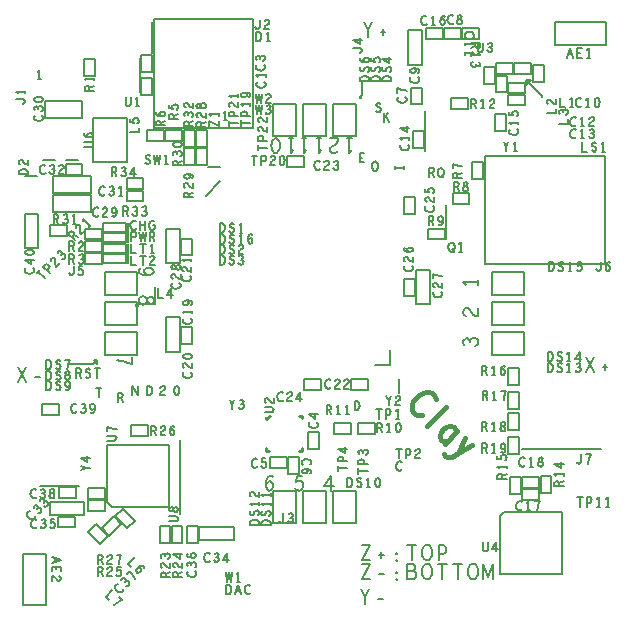
<source format=gto>
G04 ================== begin FILE IDENTIFICATION RECORD ==================*
G04 Layout Name:  C:/Users/thebh/Desktop/dtf/git/clay/Circuit/R6_1/allegro/CLAYR6.brd*
G04 Film Name:    SILK_TOP*
G04 File Format:  Gerber RS274X*
G04 File Origin:  Cadence Allegro 16.6-P004*
G04 Origin Date:  Sat Feb 13 14:58:59 2016*
G04 *
G04 Layer:  REF DES/SILKSCREEN_TOP*
G04 Layer:  PACKAGE GEOMETRY/SILKSCREEN_TOP*
G04 Layer:  BOARD GEOMETRY/SILKSCREEN_TOP*
G04 *
G04 Offset:    (0.00 0.00)*
G04 Mirror:    No*
G04 Mode:      Positive*
G04 Rotation:  0*
G04 FullContactRelief:  No*
G04 UndefLineWidth:     10.00*
G04 ================== end FILE IDENTIFICATION RECORD ====================*
%FSLAX25Y25*MOIN*%
%IR0*IPPOS*OFA0.00000B0.00000*MIA0B0*SFA1.00000B1.00000*%
%ADD10C,.017*%
%ADD11C,.01*%
%ADD12C,.005*%
%ADD13C,.006*%
G75*
%LPD*%
G75*
G36*
G01X-15813Y-34703D02*
G03I-389J0D01*
G37*
G54D10*
G01X40417Y-28650D02*
X40276Y-27872D01*
X39952Y-27124D01*
X39339Y-26511D01*
X38331Y-26140D01*
X37265Y-26134D01*
X36245Y-26387D01*
X34878Y-27141D01*
X33847Y-28019D01*
X33045Y-29127D01*
X32639Y-29993D01*
X32462Y-31089D01*
X32574Y-32050D01*
X32898Y-32798D01*
X33434Y-33334D01*
X34183Y-33658D01*
X34960Y-33800D01*
X35768Y-33759D01*
G01X37494Y-37394D02*
X43858Y-31030D01*
G01X43469Y-43369D02*
X47712Y-39127D01*
G01X46969Y-39869D02*
X47087Y-39138D01*
X46839Y-38466D01*
X46409Y-37824D01*
X45661Y-37500D01*
X44777Y-37465D01*
X43834Y-37795D01*
X42832Y-38490D01*
X42137Y-39492D01*
X41807Y-40435D01*
X41843Y-41318D01*
X42167Y-42067D01*
X42809Y-42497D01*
X43587Y-42638D01*
X44317Y-42521D01*
G01X43168Y-46887D02*
X43416Y-47558D01*
X44241Y-47959D01*
X45048Y-47918D01*
X45885Y-47694D01*
X48041Y-46457D01*
X52537Y-43952D01*
G01X50086Y-41501D02*
X48041Y-46457D01*
G54D11*
G01X-15179Y-45806D02*
X-16006D01*
Y-44900D01*
G01X-4194Y-44821D02*
Y-45806D01*
X-5021D01*
G01X-5179Y-33994D02*
X-4194D01*
Y-34939D01*
G01X-16006Y-35254D02*
X-14746Y-33994D01*
G54D12*
G01X-89600Y-80100D02*
Y-97300D01*
X-97200D01*
Y-80100D01*
X-89600D01*
G01X-76800Y-67300D02*
X-88200D01*
Y-62700D01*
X-76800D01*
Y-67300D01*
G01X-79700Y-71300D02*
X-85300D01*
Y-67700D01*
X-79700D01*
Y-71300D01*
G01X-91600Y-57450D02*
X-78400D01*
G01X-90650Y-30200D02*
X-85050D01*
Y-33800D01*
X-90650D01*
Y-30200D01*
G01X-96600Y21700D02*
Y33100D01*
X-92000D01*
Y21700D01*
X-96600D01*
G01X-87100Y34000D02*
Y39600D01*
X-74500D01*
Y34000D01*
X-87100D01*
G01X-88100Y29400D02*
X-82500D01*
Y25800D01*
X-88100D01*
Y29400D01*
G01X-87100Y40100D02*
Y45700D01*
X-74500D01*
Y40100D01*
X-87100D01*
G01X-86500Y51200D02*
X-90500D01*
G01X-92300Y45900D02*
X-96400D01*
G01X-89900Y65300D02*
Y70900D01*
X-77300D01*
Y65300D01*
X-89900D01*
G01X-72807Y-70247D02*
X-68847Y-74207D01*
X-71393Y-76753D01*
X-75353Y-72793D01*
X-72807Y-70247D01*
G01X-48400Y-43800D02*
X-69000D01*
Y-62800D01*
X-67400Y-64400D01*
X-48400D01*
Y-43800D01*
G01X-69700Y-65800D02*
X-75300D01*
Y-62200D01*
X-69700D01*
Y-65800D01*
G01X-75300Y-58200D02*
X-69700D01*
Y-61800D01*
X-75300D01*
Y-58200D01*
G01X-64347Y-70193D02*
X-68307Y-74153D01*
X-70853Y-71607D01*
X-66893Y-67647D01*
X-64347Y-70193D01*
G01X-79350Y-61500D02*
X-84950D01*
Y-57900D01*
X-79350D01*
Y-61500D01*
G01X-81900Y-16800D02*
X-73700D01*
X-72500Y-15600D01*
X-73600D01*
X-72500Y-16700D01*
Y-15600D01*
G01X-59200Y-13800D02*
Y-6200D01*
X-69800D01*
Y-13800D01*
X-59200D01*
G01Y-3800D02*
Y3800D01*
X-69800D01*
Y-3800D01*
X-59200D01*
G01X-62900Y16800D02*
X-70300D01*
Y19800D01*
X-62900D01*
Y16800D01*
G01Y20300D02*
X-70300D01*
Y23300D01*
X-62900D01*
Y20300D01*
G01X-70800Y20600D02*
X-76400D01*
Y24200D01*
X-70800D01*
Y20600D01*
G01Y16500D02*
X-76400D01*
Y20100D01*
X-70800D01*
Y16500D01*
G01X-59200Y6200D02*
Y13800D01*
X-69800D01*
Y6200D01*
X-59200D01*
G01X-62900Y23800D02*
X-70300D01*
Y26800D01*
X-62900D01*
Y23800D01*
G01Y27300D02*
X-70300D01*
Y30300D01*
X-62900D01*
Y27300D01*
G01X-70800Y24700D02*
X-76400D01*
Y28300D01*
X-70800D01*
Y24700D01*
G01X-62500Y65100D02*
Y50500D01*
X-73700D01*
Y65100D01*
X-62500D01*
G01X-78700Y51200D02*
X-82700D01*
G01X-77300Y46200D02*
X-82900D01*
Y49800D01*
X-77300D01*
Y46200D01*
G01X-76800Y79200D02*
Y84800D01*
X-73200D01*
Y79200D01*
X-76800D01*
G01X-62393Y-71553D02*
X-66353Y-67593D01*
X-63807Y-65047D01*
X-59847Y-69007D01*
X-62393Y-71553D01*
G01X-61000Y-37300D02*
X-55400D01*
Y-40900D01*
X-61000D01*
Y-37300D01*
G01X-53200Y8900D02*
Y3300D01*
X-53300Y3200D01*
X-58700D01*
X-59400Y2500D01*
Y3200D01*
X-58700Y2500D01*
X-59400D01*
G01X-62200Y16800D02*
Y19800D01*
G01Y20300D02*
Y23300D01*
G01Y23800D02*
Y26800D01*
G01Y27300D02*
Y30300D01*
G01X-57000Y37400D02*
X-62600D01*
Y41000D01*
X-57000D01*
Y37400D01*
G01X-62600Y45100D02*
X-57000D01*
Y41500D01*
X-62600D01*
Y45100D01*
G01X-53400Y61800D02*
X-20400D01*
Y98100D01*
X-53400D01*
Y61800D01*
G01X-50200Y57600D02*
X-55800D01*
Y61200D01*
X-50200D01*
Y57600D01*
G01X-58100Y73700D02*
Y85300D01*
G01X-57700Y72900D02*
Y78500D01*
X-54100D01*
Y72900D01*
X-57700D01*
G01X-54100Y86100D02*
Y80500D01*
X-57700D01*
Y86100D01*
X-54100D01*
G01X-54000Y87000D02*
Y97200D01*
G01X-38300Y-71000D02*
X-26900D01*
Y-75600D01*
X-38300D01*
Y-71000D01*
G01X-51600Y-76400D02*
Y-70800D01*
X-48000D01*
Y-76400D01*
X-51600D01*
G01X-47600D02*
Y-70800D01*
X-44000D01*
Y-76400D01*
X-47600D01*
G01X-38800Y-70800D02*
Y-76400D01*
X-42400D01*
Y-70800D01*
X-38800D01*
G01X-44800Y-42300D02*
Y-66700D01*
G01X-44900Y-1300D02*
Y-12700D01*
X-49500D01*
Y-1300D01*
X-44900D01*
G01X-40800Y-4500D02*
Y-10100D01*
X-44400D01*
Y-4500D01*
X-40800D01*
G01X-44900Y28300D02*
Y16900D01*
X-49500D01*
Y28300D01*
X-44900D01*
G01X-40800Y25000D02*
Y19400D01*
X-44400D01*
Y25000D01*
X-40800D01*
G01X-36100Y39300D02*
X-31300Y44100D01*
G01X-39400Y49500D02*
Y55100D01*
X-35800D01*
Y49500D01*
X-39400D01*
G01X-43500D02*
Y55100D01*
X-39900D01*
Y49500D01*
X-43500D01*
G01X-49700Y61200D02*
X-44100D01*
Y57600D01*
X-49700D01*
Y61200D01*
G01X-43500Y55600D02*
Y61200D01*
X-39900D01*
Y55600D01*
X-43500D01*
G01X-39400D02*
Y61200D01*
X-35800D01*
Y55600D01*
X-39400D01*
G01X-35400Y49000D02*
X-31300D01*
G01X3800Y-59200D02*
X-3800D01*
Y-69800D01*
X3800D01*
Y-59200D01*
G01X-6200D02*
X-13800D01*
Y-69800D01*
X-6200D01*
Y-59200D01*
G01X-14700Y-47800D02*
X-9100D01*
Y-51400D01*
X-14700D01*
Y-47800D01*
G01X-5100D02*
Y-53400D01*
X-8700D01*
Y-47800D01*
X-5100D01*
G01X-3400Y-21800D02*
X2200D01*
Y-25400D01*
X-3400D01*
Y-21800D01*
G01X-9100Y52400D02*
X-3500D01*
Y48800D01*
X-9100D01*
Y52400D01*
G01X-3800Y59200D02*
X3800D01*
Y69800D01*
X-3800D01*
Y59200D01*
G01X-13800D02*
X-6200D01*
Y69800D01*
X-13800D01*
Y59200D01*
G01X13800Y-59200D02*
X6200D01*
Y-69800D01*
X13800D01*
Y-59200D01*
G01X-2100Y-45200D02*
Y-39600D01*
X1500D01*
Y-45200D01*
X-2100D01*
G01X12200Y-40000D02*
X6600D01*
Y-36400D01*
X12200D01*
Y-40000D01*
G01X12300Y-21800D02*
X17900D01*
Y-25400D01*
X12300D01*
Y-21800D01*
G01X6200Y59200D02*
X13800D01*
Y69800D01*
X6200D01*
Y59200D01*
G01X14600Y-36400D02*
X20200D01*
Y-40000D01*
X14600D01*
Y-36400D01*
G01X28100Y-26400D02*
Y-21800D01*
G01X25100Y-12300D02*
Y-17100D01*
X20300D01*
G01X33400Y11400D02*
Y5800D01*
X29800D01*
Y11400D01*
X33400D01*
G01Y38800D02*
Y33200D01*
X29800D01*
Y38800D01*
X33400D01*
G01X15800Y77700D02*
Y72700D01*
X15100Y72000D01*
Y72400D01*
X15500Y72000D01*
X15100D01*
G01X38500Y14500D02*
Y3100D01*
X33900D01*
Y14500D01*
X38500D01*
G01X46100Y40200D02*
X51700D01*
Y36600D01*
X46100D01*
Y40200D01*
G01X37800Y28300D02*
X43400D01*
Y24700D01*
X37800D01*
Y28300D01*
G01X44000Y24900D02*
Y36100D01*
G01X36950Y67350D02*
Y54150D01*
G01X45500Y71700D02*
X51100D01*
Y68100D01*
X45500D01*
Y71700D01*
G01X32200Y69700D02*
Y75300D01*
X35800D01*
Y69700D01*
X32200D01*
G01X32800Y55100D02*
Y60700D01*
X36400D01*
Y55100D01*
X32800D01*
G01X31200Y83000D02*
Y94400D01*
X35800D01*
Y83000D01*
X31200D01*
G01X43200Y95100D02*
X48800D01*
Y91500D01*
X43200D01*
Y95100D01*
G01X42800Y91500D02*
X37200D01*
Y95100D01*
X42800D01*
Y91500D01*
G01X61800Y-67500D02*
Y-86800D01*
X82400D01*
Y-66200D01*
X63100D01*
X61800Y-67500D01*
G01X59200Y-6200D02*
Y-13800D01*
X69800D01*
Y-6200D01*
X59200D01*
G01Y3800D02*
Y-3800D01*
X69800D01*
Y3800D01*
X59200D01*
G01X56800Y52500D02*
Y16500D01*
X96800D01*
Y52500D01*
X56800D01*
G01X59200Y13800D02*
Y6200D01*
X69800D01*
Y13800D01*
X59200D01*
G01X52700Y44800D02*
Y50400D01*
X56300D01*
Y44800D01*
X52700D01*
G01X63800Y66400D02*
Y60800D01*
X60200D01*
Y66400D01*
X63800D01*
G01X64300Y79300D02*
Y73700D01*
X60700D01*
Y79300D01*
X64300D01*
G01X56600Y76600D02*
Y82200D01*
X60200D01*
Y76600D01*
X56600D01*
G01X60700Y83400D02*
X66300D01*
Y79800D01*
X60700D01*
Y83400D01*
G01X54900Y91500D02*
X49300D01*
Y95100D01*
X54900D01*
Y91500D01*
G01X74900Y-62000D02*
X69300D01*
Y-58400D01*
X74900D01*
Y-62000D01*
G01X95700Y-45300D02*
X69300D01*
G01X64700Y-46800D02*
Y-41200D01*
X68300D01*
Y-46800D01*
X64700D01*
G01X79000Y-54200D02*
Y-59800D01*
X75400D01*
Y-54200D01*
X79000D01*
G01X68800Y-54400D02*
Y-60000D01*
X65200D01*
Y-54400D01*
X68800D01*
G01X74900Y-58000D02*
X69300D01*
Y-54400D01*
X74900D01*
Y-58000D01*
G01X68300Y-33200D02*
Y-38800D01*
X64700D01*
Y-33200D01*
X68300D01*
G01X64700Y-31800D02*
Y-26200D01*
X68300D01*
Y-31800D01*
X64700D01*
G01X68300Y-18200D02*
Y-23800D01*
X64700D01*
Y-18200D01*
X68300D01*
G01X64700Y73000D02*
X70300D01*
Y69400D01*
X64700D01*
Y73000D01*
G01X75900Y72300D02*
Y72400D01*
X70400Y77900D01*
X72200D01*
X70500Y76200D01*
X70400Y76300D01*
Y77900D01*
G01X64700Y77000D02*
X70300D01*
Y73400D01*
X64700D01*
Y77000D01*
G01X76400Y82900D02*
Y77300D01*
X72800D01*
Y82900D01*
X76400D01*
G01X66700Y83400D02*
X72300D01*
Y79800D01*
X66700D01*
Y83400D01*
G01X80100Y97200D02*
X97300D01*
Y89600D01*
X80100D01*
Y97200D01*
G54D13*
G01X-87600Y-81092D02*
X-84500Y-82050D01*
X-87600Y-83008D01*
G01X-86515Y-82663D02*
Y-81437D01*
G01X-87600Y-85917D02*
Y-84383D01*
X-84500D01*
Y-85917D01*
G01X-85998Y-85303D02*
Y-84383D01*
G01X-85017Y-87522D02*
X-84707Y-87752D01*
X-84552Y-88020D01*
X-84500Y-88327D01*
X-84603Y-88710D01*
X-84862Y-88978D01*
X-85172Y-89055D01*
X-85482Y-89017D01*
X-85740Y-88863D01*
X-86257Y-88097D01*
X-86618Y-87752D01*
X-87135Y-87522D01*
X-87600Y-87445D01*
Y-89055D01*
G01X-94800Y-65881D02*
X-95072Y-65934D01*
X-95335Y-66051D01*
X-95552Y-66268D01*
X-95686Y-66621D01*
X-95693Y-66994D01*
X-95609Y-67348D01*
X-95353Y-67822D01*
X-95051Y-68178D01*
X-94668Y-68453D01*
X-94367Y-68591D01*
X-93985Y-68647D01*
X-93650Y-68603D01*
X-93387Y-68487D01*
X-93197Y-68297D01*
X-93080Y-68034D01*
X-93027Y-67762D01*
X-93038Y-67480D01*
G01X-92230Y-66453D02*
X-91811Y-66546D01*
X-91448Y-66475D01*
X-91168Y-66268D01*
X-90987Y-66014D01*
X-90953Y-65615D01*
X-91037Y-65260D01*
X-91229Y-65014D01*
X-91539Y-64812D01*
X-91911Y-64819D01*
X-92174Y-64936D01*
X-92418Y-65180D01*
G01X-92174Y-64936D02*
X-92121Y-64664D01*
X-92168Y-64346D01*
X-92333Y-64072D01*
X-92607Y-63907D01*
X-92925Y-63860D01*
X-93278Y-63994D01*
X-93486Y-64275D01*
X-93584Y-64665D01*
G01X-90038Y-64261D02*
X-89619Y-64354D01*
X-89256Y-64283D01*
X-88976Y-64076D01*
X-88795Y-63822D01*
X-88761Y-63423D01*
X-88845Y-63068D01*
X-89037Y-62822D01*
X-89347Y-62620D01*
X-89719Y-62627D01*
X-89982Y-62744D01*
X-90226Y-62988D01*
G01X-89982Y-62744D02*
X-89929Y-62472D01*
X-89976Y-62154D01*
X-90141Y-61880D01*
X-90415Y-61715D01*
X-90733Y-61668D01*
X-91086Y-61802D01*
X-91294Y-62083D01*
X-91392Y-62473D01*
G01X-92807Y-58758D02*
X-93037Y-58603D01*
X-93305Y-58500D01*
X-93612D01*
X-93957Y-58655D01*
X-94225Y-58913D01*
X-94417Y-59223D01*
X-94570Y-59740D01*
X-94608Y-60205D01*
X-94532Y-60670D01*
X-94417Y-60980D01*
X-94187Y-61290D01*
X-93918Y-61497D01*
X-93650Y-61600D01*
X-93382D01*
X-93113Y-61497D01*
X-92883Y-61342D01*
X-92692Y-61135D01*
G01X-91393Y-60980D02*
X-91163Y-61342D01*
X-90857Y-61548D01*
X-90512Y-61600D01*
X-90205Y-61548D01*
X-89898Y-61290D01*
X-89707Y-60980D01*
X-89668Y-60670D01*
X-89745Y-60308D01*
X-90013Y-60050D01*
X-90282Y-59947D01*
X-90627D01*
G01X-90282D02*
X-90052Y-59792D01*
X-89860Y-59533D01*
X-89783Y-59223D01*
X-89860Y-58913D01*
X-90052Y-58655D01*
X-90397Y-58500D01*
X-90742Y-58552D01*
X-91087Y-58758D01*
G01X-87450Y-61600D02*
X-87182Y-61548D01*
X-86875Y-61393D01*
X-86683Y-61135D01*
X-86607Y-60773D01*
X-86683Y-60412D01*
X-86913Y-60102D01*
X-87258Y-59947D01*
X-87642D01*
X-87872Y-59843D01*
X-88063Y-59585D01*
X-88140Y-59223D01*
X-88025Y-58862D01*
X-87757Y-58603D01*
X-87450Y-58500D01*
X-87143Y-58603D01*
X-86875Y-58862D01*
X-86760Y-59223D01*
X-86837Y-59585D01*
X-87028Y-59843D01*
X-87258Y-59947D01*
X-87642D01*
X-87987Y-60102D01*
X-88217Y-60412D01*
X-88293Y-60773D01*
X-88217Y-61135D01*
X-88025Y-61393D01*
X-87718Y-61548D01*
X-87450Y-61600D01*
G01X-92607Y-68758D02*
X-92837Y-68603D01*
X-93105Y-68500D01*
X-93412D01*
X-93757Y-68655D01*
X-94025Y-68913D01*
X-94217Y-69223D01*
X-94370Y-69740D01*
X-94408Y-70205D01*
X-94332Y-70670D01*
X-94217Y-70980D01*
X-93987Y-71290D01*
X-93718Y-71497D01*
X-93450Y-71600D01*
X-93182D01*
X-92913Y-71497D01*
X-92683Y-71342D01*
X-92492Y-71135D01*
G01X-91193Y-70980D02*
X-90963Y-71342D01*
X-90657Y-71548D01*
X-90312Y-71600D01*
X-90005Y-71548D01*
X-89698Y-71290D01*
X-89507Y-70980D01*
X-89468Y-70670D01*
X-89545Y-70308D01*
X-89813Y-70050D01*
X-90082Y-69947D01*
X-90427D01*
G01X-90082D02*
X-89852Y-69792D01*
X-89660Y-69533D01*
X-89583Y-69223D01*
X-89660Y-68913D01*
X-89852Y-68655D01*
X-90197Y-68500D01*
X-90542Y-68552D01*
X-90887Y-68758D01*
G01X-88093Y-71135D02*
X-87863Y-71393D01*
X-87595Y-71548D01*
X-87250Y-71600D01*
X-86905Y-71497D01*
X-86637Y-71290D01*
X-86445Y-70928D01*
X-86407Y-70515D01*
X-86483Y-70102D01*
X-86675Y-69843D01*
X-86943Y-69637D01*
X-87212Y-69585D01*
X-87480Y-69637D01*
X-87825Y-69843D01*
X-87710Y-68500D01*
X-86675D01*
G01X-98830Y-22700D02*
X-96170Y-17700D01*
G01X-98830D02*
X-96170Y-22700D01*
G01X-93223Y-21033D02*
X-91577D01*
G01X-89293Y-18500D02*
Y-15400D01*
X-88527D01*
X-88220Y-15555D01*
X-87990Y-15762D01*
X-87798Y-16072D01*
X-87645Y-16433D01*
X-87607Y-16950D01*
X-87645Y-17467D01*
X-87798Y-17828D01*
X-87990Y-18138D01*
X-88220Y-18345D01*
X-88527Y-18500D01*
X-89293D01*
G01X-86155Y-18087D02*
X-85848Y-18345D01*
X-85503Y-18500D01*
X-85197D01*
X-84890Y-18345D01*
X-84660Y-18087D01*
X-84545Y-17725D01*
X-84622Y-17363D01*
X-84813Y-17053D01*
X-85158Y-16847D01*
X-85618Y-16743D01*
X-85887Y-16537D01*
X-86002Y-16175D01*
X-85925Y-15813D01*
X-85733Y-15555D01*
X-85465Y-15400D01*
X-85197D01*
X-84928Y-15503D01*
X-84698Y-15762D01*
G01X-82327Y-18500D02*
X-82250Y-17828D01*
X-82135Y-17260D01*
X-81982Y-16743D01*
X-81790Y-16175D01*
X-81483Y-15400D01*
X-83017D01*
G01X-89293Y-22100D02*
Y-19000D01*
X-88527D01*
X-88220Y-19155D01*
X-87990Y-19362D01*
X-87798Y-19672D01*
X-87645Y-20033D01*
X-87607Y-20550D01*
X-87645Y-21067D01*
X-87798Y-21428D01*
X-87990Y-21738D01*
X-88220Y-21945D01*
X-88527Y-22100D01*
X-89293D01*
G01X-86155Y-21687D02*
X-85848Y-21945D01*
X-85503Y-22100D01*
X-85197D01*
X-84890Y-21945D01*
X-84660Y-21687D01*
X-84545Y-21325D01*
X-84622Y-20963D01*
X-84813Y-20653D01*
X-85158Y-20447D01*
X-85618Y-20343D01*
X-85887Y-20137D01*
X-86002Y-19775D01*
X-85925Y-19413D01*
X-85733Y-19155D01*
X-85465Y-19000D01*
X-85197D01*
X-84928Y-19103D01*
X-84698Y-19362D01*
G01X-82250Y-22100D02*
X-81982Y-22048D01*
X-81675Y-21893D01*
X-81483Y-21635D01*
X-81407Y-21273D01*
X-81483Y-20912D01*
X-81713Y-20602D01*
X-82058Y-20447D01*
X-82442D01*
X-82672Y-20343D01*
X-82863Y-20085D01*
X-82940Y-19723D01*
X-82825Y-19362D01*
X-82557Y-19103D01*
X-82250Y-19000D01*
X-81943Y-19103D01*
X-81675Y-19362D01*
X-81560Y-19723D01*
X-81637Y-20085D01*
X-81828Y-20343D01*
X-82058Y-20447D01*
X-82442D01*
X-82787Y-20602D01*
X-83017Y-20912D01*
X-83093Y-21273D01*
X-83017Y-21635D01*
X-82825Y-21893D01*
X-82518Y-22048D01*
X-82250Y-22100D01*
G01X-89293Y-25600D02*
Y-22500D01*
X-88527D01*
X-88220Y-22655D01*
X-87990Y-22862D01*
X-87798Y-23172D01*
X-87645Y-23533D01*
X-87607Y-24050D01*
X-87645Y-24567D01*
X-87798Y-24928D01*
X-87990Y-25238D01*
X-88220Y-25445D01*
X-88527Y-25600D01*
X-89293D01*
G01X-86155Y-25187D02*
X-85848Y-25445D01*
X-85503Y-25600D01*
X-85197D01*
X-84890Y-25445D01*
X-84660Y-25187D01*
X-84545Y-24825D01*
X-84622Y-24463D01*
X-84813Y-24153D01*
X-85158Y-23947D01*
X-85618Y-23843D01*
X-85887Y-23637D01*
X-86002Y-23275D01*
X-85925Y-22913D01*
X-85733Y-22655D01*
X-85465Y-22500D01*
X-85197D01*
X-84928Y-22603D01*
X-84698Y-22862D01*
G01X-82902Y-25238D02*
X-82633Y-25497D01*
X-82327Y-25600D01*
X-82020Y-25497D01*
X-81752Y-25187D01*
X-81560Y-24722D01*
X-81483Y-24257D01*
Y-23688D01*
X-81560Y-23223D01*
X-81752Y-22810D01*
X-81982Y-22603D01*
X-82250Y-22500D01*
X-82557Y-22603D01*
X-82787Y-22810D01*
X-82940Y-23120D01*
X-83017Y-23533D01*
X-82940Y-23895D01*
X-82748Y-24257D01*
X-82518Y-24463D01*
X-82250Y-24515D01*
X-81943Y-24412D01*
X-81713Y-24153D01*
X-81483Y-23688D01*
G01X-91979Y14005D02*
X-89787Y11813D01*
G01X-92602Y13382D02*
X-91355Y14629D01*
G01X-88137Y13463D02*
X-90329Y15655D01*
X-89678Y16306D01*
X-89352Y16413D01*
X-88934Y16320D01*
X-88587Y16082D01*
X-88349Y15735D01*
X-88265Y15380D01*
X-88400Y15027D01*
X-89050Y14376D01*
G01X-87745Y17509D02*
X-87801Y17891D01*
X-87721Y18190D01*
X-87541Y18443D01*
X-87197Y18641D01*
X-86824Y18648D01*
X-86551Y18484D01*
X-86359Y18237D01*
X-86284Y17946D01*
X-86461Y17039D01*
X-86449Y16539D01*
X-86247Y16011D01*
X-85972Y15628D01*
X-84834Y16766D01*
G01X-84246Y18231D02*
X-83827Y18138D01*
X-83464Y18209D01*
X-83184Y18416D01*
X-83003Y18670D01*
X-82969Y19069D01*
X-83053Y19424D01*
X-83245Y19670D01*
X-83555Y19872D01*
X-83927Y19865D01*
X-84190Y19748D01*
X-84434Y19504D01*
G01X-84190Y19748D02*
X-84137Y20020D01*
X-84184Y20338D01*
X-84349Y20612D01*
X-84623Y20777D01*
X-84941Y20824D01*
X-85294Y20690D01*
X-85502Y20409D01*
X-85600Y20019D01*
G01X-96242Y15093D02*
X-96397Y14863D01*
X-96500Y14595D01*
Y14288D01*
X-96345Y13943D01*
X-96087Y13675D01*
X-95777Y13483D01*
X-95260Y13330D01*
X-94795Y13292D01*
X-94330Y13368D01*
X-94020Y13483D01*
X-93710Y13713D01*
X-93503Y13982D01*
X-93400Y14250D01*
Y14518D01*
X-93503Y14787D01*
X-93658Y15017D01*
X-93865Y15208D01*
G01X-93400Y17810D02*
X-96500D01*
X-94278Y16392D01*
Y18308D01*
G01X-96500Y20450D02*
X-96397Y20143D01*
X-96138Y19913D01*
X-95828Y19760D01*
X-95415Y19645D01*
X-94950Y19607D01*
X-94485Y19645D01*
X-94072Y19760D01*
X-93762Y19913D01*
X-93503Y20143D01*
X-93400Y20450D01*
X-93503Y20757D01*
X-93762Y20987D01*
X-94072Y21140D01*
X-94485Y21255D01*
X-94950Y21293D01*
X-95415Y21255D01*
X-95828Y21140D01*
X-96138Y20987D01*
X-96397Y20757D01*
X-96500Y20450D01*
G01X-86917Y30000D02*
Y33100D01*
X-85958D01*
X-85652Y32945D01*
X-85460Y32738D01*
X-85383Y32325D01*
X-85460Y31912D01*
X-85690Y31653D01*
X-85958Y31498D01*
X-86917D01*
G01X-85958D02*
X-85383Y30000D01*
G01X-83893Y30620D02*
X-83663Y30258D01*
X-83357Y30052D01*
X-83012Y30000D01*
X-82705Y30052D01*
X-82398Y30310D01*
X-82207Y30620D01*
X-82168Y30930D01*
X-82245Y31292D01*
X-82513Y31550D01*
X-82782Y31653D01*
X-83127D01*
G01X-82782D02*
X-82552Y31808D01*
X-82360Y32067D01*
X-82283Y32377D01*
X-82360Y32687D01*
X-82552Y32945D01*
X-82897Y33100D01*
X-83242Y33048D01*
X-83587Y32842D01*
G01X-79950Y30000D02*
Y33100D01*
X-80410Y32480D01*
G01Y30000D02*
X-79490D01*
G01X-89707Y49342D02*
X-89937Y49497D01*
X-90205Y49600D01*
X-90512D01*
X-90857Y49445D01*
X-91125Y49187D01*
X-91317Y48877D01*
X-91470Y48360D01*
X-91508Y47895D01*
X-91432Y47430D01*
X-91317Y47120D01*
X-91087Y46810D01*
X-90818Y46603D01*
X-90550Y46500D01*
X-90282D01*
X-90013Y46603D01*
X-89783Y46758D01*
X-89592Y46965D01*
G01X-88293Y47120D02*
X-88063Y46758D01*
X-87757Y46552D01*
X-87412Y46500D01*
X-87105Y46552D01*
X-86798Y46810D01*
X-86607Y47120D01*
X-86568Y47430D01*
X-86645Y47792D01*
X-86913Y48050D01*
X-87182Y48153D01*
X-87527D01*
G01X-87182D02*
X-86952Y48308D01*
X-86760Y48567D01*
X-86683Y48877D01*
X-86760Y49187D01*
X-86952Y49445D01*
X-87297Y49600D01*
X-87642Y49548D01*
X-87987Y49342D01*
G01X-85078Y49083D02*
X-84848Y49393D01*
X-84580Y49548D01*
X-84273Y49600D01*
X-83890Y49497D01*
X-83622Y49238D01*
X-83545Y48928D01*
X-83583Y48618D01*
X-83737Y48360D01*
X-84503Y47843D01*
X-84848Y47482D01*
X-85078Y46965D01*
X-85155Y46500D01*
X-83545D01*
G01X-95500Y46507D02*
X-98600D01*
Y47273D01*
X-98445Y47580D01*
X-98238Y47810D01*
X-97928Y48002D01*
X-97567Y48155D01*
X-97050Y48193D01*
X-96533Y48155D01*
X-96172Y48002D01*
X-95862Y47810D01*
X-95655Y47580D01*
X-95500Y47273D01*
Y46507D01*
G01X-98083Y49722D02*
X-98393Y49952D01*
X-98548Y50220D01*
X-98600Y50527D01*
X-98497Y50910D01*
X-98238Y51178D01*
X-97928Y51255D01*
X-97618Y51217D01*
X-97360Y51063D01*
X-96843Y50297D01*
X-96482Y49952D01*
X-95965Y49722D01*
X-95500Y49645D01*
Y51255D01*
G01X-97020Y69983D02*
X-96710Y70175D01*
X-96503Y70405D01*
X-96400Y70673D01*
X-96503Y70980D01*
X-96710Y71210D01*
X-97020Y71440D01*
X-97433Y71517D01*
X-99500D01*
G01X-96400Y73850D02*
X-99500D01*
X-98880Y73390D01*
G01X-96400D02*
Y74310D01*
G01X-93242Y65993D02*
X-93397Y65763D01*
X-93500Y65495D01*
Y65188D01*
X-93345Y64843D01*
X-93087Y64575D01*
X-92777Y64383D01*
X-92260Y64230D01*
X-91795Y64192D01*
X-91330Y64268D01*
X-91020Y64383D01*
X-90710Y64613D01*
X-90503Y64882D01*
X-90400Y65150D01*
Y65418D01*
X-90503Y65687D01*
X-90658Y65917D01*
X-90865Y66108D01*
G01X-91020Y67407D02*
X-90658Y67637D01*
X-90452Y67943D01*
X-90400Y68288D01*
X-90452Y68595D01*
X-90710Y68902D01*
X-91020Y69093D01*
X-91330Y69132D01*
X-91692Y69055D01*
X-91950Y68787D01*
X-92053Y68518D01*
Y68173D01*
G01Y68518D02*
X-92208Y68748D01*
X-92467Y68940D01*
X-92777Y69017D01*
X-93087Y68940D01*
X-93345Y68748D01*
X-93500Y68403D01*
X-93448Y68058D01*
X-93242Y67713D01*
G01X-93500Y71350D02*
X-93397Y71043D01*
X-93138Y70813D01*
X-92828Y70660D01*
X-92415Y70545D01*
X-91950Y70507D01*
X-91485Y70545D01*
X-91072Y70660D01*
X-90762Y70813D01*
X-90503Y71043D01*
X-90400Y71350D01*
X-90503Y71657D01*
X-90762Y71887D01*
X-91072Y72040D01*
X-91485Y72155D01*
X-91950Y72193D01*
X-92415Y72155D01*
X-92828Y72040D01*
X-93138Y71887D01*
X-93397Y71657D01*
X-93500Y71350D01*
G01X-91650Y78050D02*
Y81150D01*
X-92110Y80530D01*
G01Y78050D02*
X-91190D01*
G01X-67337Y-92279D02*
X-69529Y-94471D01*
X-68445Y-95555D01*
G01X-66849Y-97151D02*
X-66320Y-96730D01*
X-65837Y-96410D01*
X-65363Y-96153D01*
X-64826Y-95886D01*
X-64061Y-95555D01*
X-65145Y-94471D01*
G01X-72117Y-87600D02*
Y-84500D01*
X-71158D01*
X-70852Y-84655D01*
X-70660Y-84862D01*
X-70583Y-85275D01*
X-70660Y-85688D01*
X-70890Y-85947D01*
X-71158Y-86102D01*
X-72117D01*
G01X-71158D02*
X-70583Y-87600D01*
G01X-68978Y-85017D02*
X-68748Y-84707D01*
X-68480Y-84552D01*
X-68173Y-84500D01*
X-67790Y-84603D01*
X-67522Y-84862D01*
X-67445Y-85172D01*
X-67483Y-85482D01*
X-67637Y-85740D01*
X-68403Y-86257D01*
X-68748Y-86618D01*
X-68978Y-87135D01*
X-69055Y-87600D01*
X-67445D01*
G01X-65993Y-87135D02*
X-65763Y-87393D01*
X-65495Y-87548D01*
X-65150Y-87600D01*
X-64805Y-87497D01*
X-64537Y-87290D01*
X-64345Y-86928D01*
X-64307Y-86515D01*
X-64383Y-86102D01*
X-64575Y-85843D01*
X-64843Y-85637D01*
X-65112Y-85585D01*
X-65380Y-85637D01*
X-65725Y-85843D01*
X-65610Y-84500D01*
X-64575D01*
G01X-72117Y-83600D02*
Y-80500D01*
X-71158D01*
X-70852Y-80655D01*
X-70660Y-80862D01*
X-70583Y-81275D01*
X-70660Y-81688D01*
X-70890Y-81947D01*
X-71158Y-82102D01*
X-72117D01*
G01X-71158D02*
X-70583Y-83600D01*
G01X-68978Y-81017D02*
X-68748Y-80707D01*
X-68480Y-80552D01*
X-68173Y-80500D01*
X-67790Y-80603D01*
X-67522Y-80862D01*
X-67445Y-81172D01*
X-67483Y-81482D01*
X-67637Y-81740D01*
X-68403Y-82257D01*
X-68748Y-82618D01*
X-68978Y-83135D01*
X-69055Y-83600D01*
X-67445D01*
G01X-65227D02*
X-65150Y-82928D01*
X-65035Y-82360D01*
X-64882Y-81843D01*
X-64690Y-81275D01*
X-64383Y-80500D01*
X-65917D01*
G01X-74800Y-51550D02*
X-76195D01*
X-77900Y-52317D01*
G01Y-50783D02*
X-76195Y-51550D01*
G01X-74800Y-47990D02*
X-77900D01*
X-75678Y-49408D01*
Y-47492D01*
G01X-71850Y-24700D02*
Y-27800D01*
G01X-72732Y-24700D02*
X-70968D01*
G01X-69000Y-42393D02*
X-66778D01*
X-66313Y-42240D01*
X-66003Y-41933D01*
X-65900Y-41550D01*
X-66003Y-41167D01*
X-66313Y-40860D01*
X-66778Y-40707D01*
X-69000D01*
G01X-65900Y-38527D02*
X-66572Y-38450D01*
X-67140Y-38335D01*
X-67657Y-38182D01*
X-68225Y-37990D01*
X-69000Y-37683D01*
Y-39217D01*
G01X-79307Y-30258D02*
X-79537Y-30103D01*
X-79805Y-30000D01*
X-80112D01*
X-80457Y-30155D01*
X-80725Y-30413D01*
X-80917Y-30723D01*
X-81070Y-31240D01*
X-81108Y-31705D01*
X-81032Y-32170D01*
X-80917Y-32480D01*
X-80687Y-32790D01*
X-80418Y-32997D01*
X-80150Y-33100D01*
X-79882D01*
X-79613Y-32997D01*
X-79383Y-32842D01*
X-79192Y-32635D01*
G01X-77893Y-32480D02*
X-77663Y-32842D01*
X-77357Y-33048D01*
X-77012Y-33100D01*
X-76705Y-33048D01*
X-76398Y-32790D01*
X-76207Y-32480D01*
X-76168Y-32170D01*
X-76245Y-31808D01*
X-76513Y-31550D01*
X-76782Y-31447D01*
X-77127D01*
G01X-76782D02*
X-76552Y-31292D01*
X-76360Y-31033D01*
X-76283Y-30723D01*
X-76360Y-30413D01*
X-76552Y-30155D01*
X-76897Y-30000D01*
X-77242Y-30052D01*
X-77587Y-30258D01*
G01X-74602Y-32738D02*
X-74333Y-32997D01*
X-74027Y-33100D01*
X-73720Y-32997D01*
X-73452Y-32687D01*
X-73260Y-32222D01*
X-73183Y-31757D01*
Y-31188D01*
X-73260Y-30723D01*
X-73452Y-30310D01*
X-73682Y-30103D01*
X-73950Y-30000D01*
X-74257Y-30103D01*
X-74487Y-30310D01*
X-74640Y-30620D01*
X-74717Y-31033D01*
X-74640Y-31395D01*
X-74448Y-31757D01*
X-74218Y-31963D01*
X-73950Y-32015D01*
X-73643Y-31912D01*
X-73413Y-31653D01*
X-73183Y-31188D01*
G01X-79317Y-21400D02*
Y-18300D01*
X-78358D01*
X-78052Y-18455D01*
X-77860Y-18662D01*
X-77783Y-19075D01*
X-77860Y-19488D01*
X-78090Y-19747D01*
X-78358Y-19902D01*
X-79317D01*
G01X-78358D02*
X-77783Y-21400D01*
G01X-76255Y-20987D02*
X-75948Y-21245D01*
X-75603Y-21400D01*
X-75297D01*
X-74990Y-21245D01*
X-74760Y-20987D01*
X-74645Y-20625D01*
X-74722Y-20263D01*
X-74913Y-19953D01*
X-75258Y-19747D01*
X-75718Y-19643D01*
X-75987Y-19437D01*
X-76102Y-19075D01*
X-76025Y-18713D01*
X-75833Y-18455D01*
X-75565Y-18300D01*
X-75297D01*
X-75028Y-18403D01*
X-74798Y-18662D01*
G01X-72350Y-18300D02*
Y-21400D01*
G01X-73232Y-18300D02*
X-71468D01*
G01X-81617Y21000D02*
Y24100D01*
X-80658D01*
X-80352Y23945D01*
X-80160Y23738D01*
X-80083Y23325D01*
X-80160Y22912D01*
X-80390Y22653D01*
X-80658Y22498D01*
X-81617D01*
G01X-80658D02*
X-80083Y21000D01*
G01X-78478Y23583D02*
X-78248Y23893D01*
X-77980Y24048D01*
X-77673Y24100D01*
X-77290Y23997D01*
X-77022Y23738D01*
X-76945Y23428D01*
X-76983Y23118D01*
X-77137Y22860D01*
X-77903Y22343D01*
X-78248Y21982D01*
X-78478Y21465D01*
X-78555Y21000D01*
X-76945D01*
G01X-81617Y16600D02*
Y19700D01*
X-80658D01*
X-80352Y19545D01*
X-80160Y19338D01*
X-80083Y18925D01*
X-80160Y18512D01*
X-80390Y18253D01*
X-80658Y18098D01*
X-81617D01*
G01X-80658D02*
X-80083Y16600D01*
G01X-78593Y17220D02*
X-78363Y16858D01*
X-78057Y16652D01*
X-77712Y16600D01*
X-77405Y16652D01*
X-77098Y16910D01*
X-76907Y17220D01*
X-76868Y17530D01*
X-76945Y17892D01*
X-77213Y18150D01*
X-77482Y18253D01*
X-77827D01*
G01X-77482D02*
X-77252Y18408D01*
X-77060Y18667D01*
X-76983Y18977D01*
X-77060Y19287D01*
X-77252Y19545D01*
X-77597Y19700D01*
X-77942Y19648D01*
X-78287Y19442D01*
G01X-81717Y13420D02*
X-81525Y13110D01*
X-81295Y12903D01*
X-81027Y12800D01*
X-80720Y12903D01*
X-80490Y13110D01*
X-80260Y13420D01*
X-80183Y13833D01*
Y15900D01*
G01X-78693Y13265D02*
X-78463Y13007D01*
X-78195Y12852D01*
X-77850Y12800D01*
X-77505Y12903D01*
X-77237Y13110D01*
X-77045Y13472D01*
X-77007Y13885D01*
X-77083Y14298D01*
X-77275Y14557D01*
X-77543Y14763D01*
X-77812Y14815D01*
X-78080Y14763D01*
X-78425Y14557D01*
X-78310Y15900D01*
X-77275D01*
G01X-69907Y42142D02*
X-70137Y42297D01*
X-70405Y42400D01*
X-70712D01*
X-71057Y42245D01*
X-71325Y41987D01*
X-71517Y41677D01*
X-71670Y41160D01*
X-71708Y40695D01*
X-71632Y40230D01*
X-71517Y39920D01*
X-71287Y39610D01*
X-71018Y39403D01*
X-70750Y39300D01*
X-70482D01*
X-70213Y39403D01*
X-69983Y39558D01*
X-69792Y39765D01*
G01X-68493Y39920D02*
X-68263Y39558D01*
X-67957Y39352D01*
X-67612Y39300D01*
X-67305Y39352D01*
X-66998Y39610D01*
X-66807Y39920D01*
X-66768Y40230D01*
X-66845Y40592D01*
X-67113Y40850D01*
X-67382Y40953D01*
X-67727D01*
G01X-67382D02*
X-67152Y41108D01*
X-66960Y41367D01*
X-66883Y41677D01*
X-66960Y41987D01*
X-67152Y42245D01*
X-67497Y42400D01*
X-67842Y42348D01*
X-68187Y42142D01*
G01X-64550Y39300D02*
Y42400D01*
X-65010Y41780D01*
G01Y39300D02*
X-64090D01*
G01X-72007Y35142D02*
X-72237Y35297D01*
X-72505Y35400D01*
X-72812D01*
X-73157Y35245D01*
X-73425Y34987D01*
X-73617Y34677D01*
X-73770Y34160D01*
X-73808Y33695D01*
X-73732Y33230D01*
X-73617Y32920D01*
X-73387Y32610D01*
X-73118Y32403D01*
X-72850Y32300D01*
X-72582D01*
X-72313Y32403D01*
X-72083Y32558D01*
X-71892Y32765D01*
G01X-70478Y34883D02*
X-70248Y35193D01*
X-69980Y35348D01*
X-69673Y35400D01*
X-69290Y35297D01*
X-69022Y35038D01*
X-68945Y34728D01*
X-68983Y34418D01*
X-69137Y34160D01*
X-69903Y33643D01*
X-70248Y33282D01*
X-70478Y32765D01*
X-70555Y32300D01*
X-68945D01*
G01X-67302Y32662D02*
X-67033Y32403D01*
X-66727Y32300D01*
X-66420Y32403D01*
X-66152Y32713D01*
X-65960Y33178D01*
X-65883Y33643D01*
Y34212D01*
X-65960Y34677D01*
X-66152Y35090D01*
X-66382Y35297D01*
X-66650Y35400D01*
X-66957Y35297D01*
X-67187Y35090D01*
X-67340Y34780D01*
X-67417Y34367D01*
X-67340Y34005D01*
X-67148Y33643D01*
X-66918Y33437D01*
X-66650Y33385D01*
X-66343Y33488D01*
X-66113Y33747D01*
X-65883Y34212D01*
G01X-79829Y24371D02*
X-82021Y26563D01*
X-81343Y27241D01*
X-81017Y27348D01*
X-80735Y27337D01*
X-80389Y27099D01*
X-80151Y26753D01*
X-80131Y26408D01*
X-80211Y26108D01*
X-80888Y25431D01*
G01X-80211Y26108D02*
X-78745Y25455D01*
G01X-79437Y28417D02*
X-79493Y28799D01*
X-79413Y29098D01*
X-79233Y29351D01*
X-78889Y29549D01*
X-78516Y29556D01*
X-78243Y29392D01*
X-78051Y29145D01*
X-77976Y28854D01*
X-78153Y27947D01*
X-78141Y27447D01*
X-77939Y26919D01*
X-77664Y26536D01*
X-76526Y27674D01*
G01X-74903Y29297D02*
X-77095Y31489D01*
X-76982Y30726D01*
G01X-75228Y28972D02*
X-74578Y29622D01*
G01X-76900Y55507D02*
X-74678D01*
X-74213Y55660D01*
X-73903Y55967D01*
X-73800Y56350D01*
X-73903Y56733D01*
X-74213Y57040D01*
X-74678Y57193D01*
X-76900D01*
G01X-75092Y58722D02*
X-75453Y58990D01*
X-75660Y59220D01*
X-75763Y59527D01*
X-75660Y59795D01*
X-75453Y59987D01*
X-75143Y60140D01*
X-74782Y60178D01*
X-74472Y60140D01*
X-74162Y59987D01*
X-73903Y59757D01*
X-73800Y59488D01*
X-73903Y59182D01*
X-74213Y58913D01*
X-74678Y58760D01*
X-75195Y58722D01*
X-75867Y58798D01*
X-76228Y58913D01*
X-76590Y59105D01*
X-76848Y59373D01*
X-76900Y59642D01*
X-76797Y59910D01*
X-76538Y60102D01*
G01X-73500Y74283D02*
X-76600D01*
Y75242D01*
X-76445Y75548D01*
X-76238Y75740D01*
X-75825Y75817D01*
X-75412Y75740D01*
X-75153Y75510D01*
X-74998Y75242D01*
Y74283D01*
G01Y75242D02*
X-73500Y75817D01*
G01Y78150D02*
X-76600D01*
X-75980Y77690D01*
G01X-73500D02*
Y78610D01*
G01X-65500Y-90181D02*
X-65772Y-90234D01*
X-66035Y-90351D01*
X-66252Y-90568D01*
X-66386Y-90921D01*
X-66393Y-91294D01*
X-66309Y-91648D01*
X-66053Y-92122D01*
X-65751Y-92478D01*
X-65368Y-92753D01*
X-65067Y-92891D01*
X-64685Y-92947D01*
X-64350Y-92903D01*
X-64087Y-92787D01*
X-63897Y-92597D01*
X-63780Y-92334D01*
X-63727Y-92062D01*
X-63738Y-91780D01*
G01X-62930Y-90753D02*
X-62511Y-90846D01*
X-62148Y-90775D01*
X-61868Y-90568D01*
X-61687Y-90314D01*
X-61653Y-89915D01*
X-61737Y-89560D01*
X-61929Y-89314D01*
X-62239Y-89112D01*
X-62611Y-89119D01*
X-62874Y-89236D01*
X-63118Y-89480D01*
G01X-62874Y-89236D02*
X-62821Y-88964D01*
X-62868Y-88646D01*
X-63033Y-88372D01*
X-63307Y-88207D01*
X-63625Y-88160D01*
X-63978Y-88294D01*
X-64186Y-88575D01*
X-64284Y-88965D01*
G01X-59757Y-88457D02*
X-60178Y-87928D01*
X-60498Y-87445D01*
X-60755Y-86971D01*
X-61022Y-86434D01*
X-61353Y-85669D01*
X-62437Y-86753D01*
G01X-59837Y-81279D02*
X-62029Y-83471D01*
X-60945Y-84555D01*
G01X-58897Y-84777D02*
X-58451Y-84711D01*
X-58142Y-84727D01*
X-57852Y-84871D01*
X-57736Y-85134D01*
X-57746Y-85416D01*
X-57857Y-85743D01*
X-58086Y-86026D01*
X-58332Y-86218D01*
X-58660Y-86329D01*
X-59005Y-86349D01*
X-59268Y-86232D01*
X-59411Y-85942D01*
X-59382Y-85533D01*
X-59162Y-85096D01*
X-58823Y-84704D01*
X-58294Y-84283D01*
X-57957Y-84109D01*
X-57566Y-83988D01*
X-57194Y-83995D01*
X-56967Y-84149D01*
X-56851Y-84411D01*
X-56898Y-84730D01*
G01X-65417Y-29600D02*
Y-26500D01*
X-64458D01*
X-64152Y-26655D01*
X-63960Y-26862D01*
X-63883Y-27275D01*
X-63960Y-27688D01*
X-64190Y-27947D01*
X-64458Y-28102D01*
X-65417D01*
G01X-64458D02*
X-63883Y-29600D01*
G01X-60632Y-27300D02*
Y-24200D01*
X-58868Y-27300D01*
Y-24200D01*
G01X-55693Y-27300D02*
Y-24200D01*
X-54927D01*
X-54620Y-24355D01*
X-54390Y-24562D01*
X-54198Y-24872D01*
X-54045Y-25233D01*
X-54007Y-25750D01*
X-54045Y-26267D01*
X-54198Y-26628D01*
X-54390Y-26938D01*
X-54620Y-27145D01*
X-54927Y-27300D01*
X-55693D01*
G01X-54317Y-40600D02*
Y-37500D01*
X-53358D01*
X-53052Y-37655D01*
X-52860Y-37862D01*
X-52783Y-38275D01*
X-52860Y-38688D01*
X-53090Y-38947D01*
X-53358Y-39102D01*
X-54317D01*
G01X-53358D02*
X-52783Y-40600D01*
G01X-51178Y-38017D02*
X-50948Y-37707D01*
X-50680Y-37552D01*
X-50373Y-37500D01*
X-49990Y-37603D01*
X-49722Y-37862D01*
X-49645Y-38172D01*
X-49683Y-38482D01*
X-49837Y-38740D01*
X-50603Y-39257D01*
X-50948Y-39618D01*
X-51178Y-40135D01*
X-51255Y-40600D01*
X-49645D01*
G01X-48078Y-39308D02*
X-47810Y-38947D01*
X-47580Y-38740D01*
X-47273Y-38637D01*
X-47005Y-38740D01*
X-46813Y-38947D01*
X-46660Y-39257D01*
X-46622Y-39618D01*
X-46660Y-39928D01*
X-46813Y-40238D01*
X-47043Y-40497D01*
X-47312Y-40600D01*
X-47618Y-40497D01*
X-47887Y-40187D01*
X-48040Y-39722D01*
X-48078Y-39205D01*
X-48002Y-38533D01*
X-47887Y-38172D01*
X-47695Y-37810D01*
X-47427Y-37552D01*
X-47158Y-37500D01*
X-46890Y-37603D01*
X-46698Y-37862D01*
G01X-65800Y-15573D02*
X-64717Y-15700D01*
X-63800Y-15890D01*
X-62967Y-16143D01*
X-62050Y-16460D01*
X-60800Y-16967D01*
Y-14433D01*
G01X-58400Y4400D02*
X-58317Y3957D01*
X-58067Y3450D01*
X-57650Y3133D01*
X-57067Y3007D01*
X-56483Y3133D01*
X-55983Y3513D01*
X-55733Y4083D01*
Y4717D01*
X-55567Y5097D01*
X-55150Y5413D01*
X-54567Y5540D01*
X-53983Y5350D01*
X-53567Y4907D01*
X-53400Y4400D01*
X-53567Y3893D01*
X-53983Y3450D01*
X-54567Y3260D01*
X-55150Y3387D01*
X-55567Y3703D01*
X-55733Y4083D01*
Y4717D01*
X-55983Y5287D01*
X-56483Y5667D01*
X-57067Y5793D01*
X-57650Y5667D01*
X-58067Y5350D01*
X-58317Y4843D01*
X-58400Y4400D01*
G01X-52017Y8400D02*
Y5300D01*
X-50483D01*
G01X-47690D02*
Y8400D01*
X-49108Y6178D01*
X-47192D01*
G01X-61017Y23300D02*
Y20200D01*
X-59483D01*
G01X-57150Y23300D02*
Y20200D01*
G01X-58032Y23300D02*
X-56268D01*
G01X-54050Y20200D02*
Y23300D01*
X-54510Y22680D01*
G01Y20200D02*
X-53590D01*
G01X-61017Y19300D02*
Y16200D01*
X-59483D01*
G01X-57150Y19300D02*
Y16200D01*
G01X-58032Y19300D02*
X-56268D01*
G01X-54778Y18783D02*
X-54548Y19093D01*
X-54280Y19248D01*
X-53973Y19300D01*
X-53590Y19197D01*
X-53322Y18938D01*
X-53245Y18628D01*
X-53283Y18318D01*
X-53437Y18060D01*
X-54203Y17543D01*
X-54548Y17182D01*
X-54778Y16665D01*
X-54855Y16200D01*
X-53245D01*
G01X-57917Y15077D02*
X-58333Y14633D01*
X-58500Y14127D01*
X-58333Y13620D01*
X-57833Y13177D01*
X-57083Y12860D01*
X-56333Y12733D01*
X-55417D01*
X-54667Y12860D01*
X-54000Y13177D01*
X-53667Y13557D01*
X-53500Y14000D01*
X-53667Y14507D01*
X-54000Y14887D01*
X-54500Y15140D01*
X-55167Y15267D01*
X-55750Y15140D01*
X-56333Y14823D01*
X-56667Y14443D01*
X-56750Y14000D01*
X-56583Y13493D01*
X-56167Y13113D01*
X-55417Y12733D01*
G01X-59507Y30742D02*
X-59737Y30897D01*
X-60005Y31000D01*
X-60312D01*
X-60657Y30845D01*
X-60925Y30587D01*
X-61117Y30277D01*
X-61270Y29760D01*
X-61308Y29295D01*
X-61232Y28830D01*
X-61117Y28520D01*
X-60887Y28210D01*
X-60618Y28003D01*
X-60350Y27900D01*
X-60082D01*
X-59813Y28003D01*
X-59583Y28158D01*
X-59392Y28365D01*
G01X-58055Y27900D02*
Y31000D01*
G01X-56445D02*
Y27900D01*
G01Y29450D02*
X-58055D01*
G01X-53920D02*
X-53153D01*
Y28520D01*
X-53383Y28210D01*
X-53652Y28003D01*
X-54035Y27900D01*
X-54418Y28003D01*
X-54687Y28210D01*
X-54917Y28520D01*
X-55070Y28882D01*
X-55147Y29295D01*
Y29657D01*
X-55070Y29967D01*
X-54917Y30328D01*
X-54687Y30638D01*
X-54457Y30845D01*
X-54150Y31000D01*
X-53882D01*
X-53575Y30897D01*
X-53345Y30690D01*
G01X-61017Y24100D02*
Y27200D01*
X-60097D01*
X-59790Y27045D01*
X-59560Y26683D01*
X-59483Y26270D01*
X-59560Y25857D01*
X-59752Y25547D01*
X-60097Y25392D01*
X-61017D01*
G01X-58300Y27200D02*
X-57763Y24100D01*
X-57150Y27200D01*
X-56537Y24100D01*
X-56000Y27200D01*
G01X-54817Y24100D02*
Y27200D01*
X-53858D01*
X-53552Y27045D01*
X-53360Y26838D01*
X-53283Y26425D01*
X-53360Y26012D01*
X-53590Y25753D01*
X-53858Y25598D01*
X-54817D01*
G01X-53858D02*
X-53283Y24100D01*
G01X-63717Y32600D02*
Y35700D01*
X-62758D01*
X-62452Y35545D01*
X-62260Y35338D01*
X-62183Y34925D01*
X-62260Y34512D01*
X-62490Y34253D01*
X-62758Y34098D01*
X-63717D01*
G01X-62758D02*
X-62183Y32600D01*
G01X-60693Y33220D02*
X-60463Y32858D01*
X-60157Y32652D01*
X-59812Y32600D01*
X-59505Y32652D01*
X-59198Y32910D01*
X-59007Y33220D01*
X-58968Y33530D01*
X-59045Y33892D01*
X-59313Y34150D01*
X-59582Y34253D01*
X-59927D01*
G01X-59582D02*
X-59352Y34408D01*
X-59160Y34667D01*
X-59083Y34977D01*
X-59160Y35287D01*
X-59352Y35545D01*
X-59697Y35700D01*
X-60042Y35648D01*
X-60387Y35442D01*
G01X-57593Y33220D02*
X-57363Y32858D01*
X-57057Y32652D01*
X-56712Y32600D01*
X-56405Y32652D01*
X-56098Y32910D01*
X-55907Y33220D01*
X-55868Y33530D01*
X-55945Y33892D01*
X-56213Y34150D01*
X-56482Y34253D01*
X-56827D01*
G01X-56482D02*
X-56252Y34408D01*
X-56060Y34667D01*
X-55983Y34977D01*
X-56060Y35287D01*
X-56252Y35545D01*
X-56597Y35700D01*
X-56942Y35648D01*
X-57287Y35442D01*
G01X-67517Y45700D02*
Y48800D01*
X-66558D01*
X-66252Y48645D01*
X-66060Y48438D01*
X-65983Y48025D01*
X-66060Y47612D01*
X-66290Y47353D01*
X-66558Y47198D01*
X-67517D01*
G01X-66558D02*
X-65983Y45700D01*
G01X-64493Y46320D02*
X-64263Y45958D01*
X-63957Y45752D01*
X-63612Y45700D01*
X-63305Y45752D01*
X-62998Y46010D01*
X-62807Y46320D01*
X-62768Y46630D01*
X-62845Y46992D01*
X-63113Y47250D01*
X-63382Y47353D01*
X-63727D01*
G01X-63382D02*
X-63152Y47508D01*
X-62960Y47767D01*
X-62883Y48077D01*
X-62960Y48387D01*
X-63152Y48645D01*
X-63497Y48800D01*
X-63842Y48748D01*
X-64187Y48542D01*
G01X-60090Y45700D02*
Y48800D01*
X-61508Y46578D01*
X-59592D01*
G01X-56355Y50313D02*
X-56048Y50055D01*
X-55703Y49900D01*
X-55397D01*
X-55090Y50055D01*
X-54860Y50313D01*
X-54745Y50675D01*
X-54822Y51037D01*
X-55013Y51347D01*
X-55358Y51553D01*
X-55818Y51657D01*
X-56087Y51863D01*
X-56202Y52225D01*
X-56125Y52587D01*
X-55933Y52845D01*
X-55665Y53000D01*
X-55397D01*
X-55128Y52897D01*
X-54898Y52638D01*
G01X-53600Y53000D02*
X-53063Y49900D01*
X-52450Y53000D01*
X-51837Y49900D01*
X-51300Y53000D01*
G01X-49350Y49900D02*
Y53000D01*
X-49810Y52380D01*
G01Y49900D02*
X-48890D01*
G01X-61600Y60383D02*
X-58500D01*
Y61917D01*
G01X-58965Y63407D02*
X-58707Y63637D01*
X-58552Y63905D01*
X-58500Y64250D01*
X-58603Y64595D01*
X-58810Y64863D01*
X-59172Y65055D01*
X-59585Y65093D01*
X-59998Y65017D01*
X-60257Y64825D01*
X-60463Y64557D01*
X-60515Y64288D01*
X-60463Y64020D01*
X-60257Y63675D01*
X-61600Y63790D01*
Y64825D01*
G01X-49700Y62683D02*
X-52800D01*
Y63642D01*
X-52645Y63948D01*
X-52438Y64140D01*
X-52025Y64217D01*
X-51612Y64140D01*
X-51353Y63910D01*
X-51198Y63642D01*
Y62683D01*
G01Y63642D02*
X-49700Y64217D01*
G01X-50992Y65822D02*
X-51353Y66090D01*
X-51560Y66320D01*
X-51663Y66627D01*
X-51560Y66895D01*
X-51353Y67087D01*
X-51043Y67240D01*
X-50682Y67278D01*
X-50372Y67240D01*
X-50062Y67087D01*
X-49803Y66857D01*
X-49700Y66588D01*
X-49803Y66282D01*
X-50113Y66013D01*
X-50578Y65860D01*
X-51095Y65822D01*
X-51767Y65898D01*
X-52128Y66013D01*
X-52490Y66205D01*
X-52748Y66473D01*
X-52800Y66742D01*
X-52697Y67010D01*
X-52438Y67202D01*
G01X-62893Y72200D02*
Y69978D01*
X-62740Y69513D01*
X-62433Y69203D01*
X-62050Y69100D01*
X-61667Y69203D01*
X-61360Y69513D01*
X-61207Y69978D01*
Y72200D01*
G01X-58950Y69100D02*
Y72200D01*
X-59410Y71580D01*
G01Y69100D02*
X-58490D01*
G01X-34907Y-80058D02*
X-35137Y-79903D01*
X-35405Y-79800D01*
X-35712D01*
X-36057Y-79955D01*
X-36325Y-80213D01*
X-36517Y-80523D01*
X-36670Y-81040D01*
X-36708Y-81505D01*
X-36632Y-81970D01*
X-36517Y-82280D01*
X-36287Y-82590D01*
X-36018Y-82797D01*
X-35750Y-82900D01*
X-35482D01*
X-35213Y-82797D01*
X-34983Y-82642D01*
X-34792Y-82435D01*
G01X-33493Y-82280D02*
X-33263Y-82642D01*
X-32957Y-82848D01*
X-32612Y-82900D01*
X-32305Y-82848D01*
X-31998Y-82590D01*
X-31807Y-82280D01*
X-31768Y-81970D01*
X-31845Y-81608D01*
X-32113Y-81350D01*
X-32382Y-81247D01*
X-32727D01*
G01X-32382D02*
X-32152Y-81092D01*
X-31960Y-80833D01*
X-31883Y-80523D01*
X-31960Y-80213D01*
X-32152Y-79955D01*
X-32497Y-79800D01*
X-32842Y-79852D01*
X-33187Y-80058D01*
G01X-29090Y-82900D02*
Y-79800D01*
X-30508Y-82022D01*
X-28592D01*
G01X-48100Y-87817D02*
X-51200D01*
Y-86858D01*
X-51045Y-86552D01*
X-50838Y-86360D01*
X-50425Y-86283D01*
X-50012Y-86360D01*
X-49753Y-86590D01*
X-49598Y-86858D01*
Y-87817D01*
G01Y-86858D02*
X-48100Y-86283D01*
G01X-50683Y-84678D02*
X-50993Y-84448D01*
X-51148Y-84180D01*
X-51200Y-83873D01*
X-51097Y-83490D01*
X-50838Y-83222D01*
X-50528Y-83145D01*
X-50218Y-83183D01*
X-49960Y-83337D01*
X-49443Y-84103D01*
X-49082Y-84448D01*
X-48565Y-84678D01*
X-48100Y-84755D01*
Y-83145D01*
G01X-48720Y-81693D02*
X-48358Y-81463D01*
X-48152Y-81157D01*
X-48100Y-80812D01*
X-48152Y-80505D01*
X-48410Y-80198D01*
X-48720Y-80007D01*
X-49030Y-79968D01*
X-49392Y-80045D01*
X-49650Y-80313D01*
X-49753Y-80582D01*
Y-80927D01*
G01Y-80582D02*
X-49908Y-80352D01*
X-50167Y-80160D01*
X-50477Y-80083D01*
X-50787Y-80160D01*
X-51045Y-80352D01*
X-51200Y-80697D01*
X-51148Y-81042D01*
X-50942Y-81387D01*
G01X-44000Y-87717D02*
X-47100D01*
Y-86758D01*
X-46945Y-86452D01*
X-46738Y-86260D01*
X-46325Y-86183D01*
X-45912Y-86260D01*
X-45653Y-86490D01*
X-45498Y-86758D01*
Y-87717D01*
G01Y-86758D02*
X-44000Y-86183D01*
G01X-46583Y-84578D02*
X-46893Y-84348D01*
X-47048Y-84080D01*
X-47100Y-83773D01*
X-46997Y-83390D01*
X-46738Y-83122D01*
X-46428Y-83045D01*
X-46118Y-83083D01*
X-45860Y-83237D01*
X-45343Y-84003D01*
X-44982Y-84348D01*
X-44465Y-84578D01*
X-44000Y-84655D01*
Y-83045D01*
G01Y-80290D02*
X-47100D01*
X-44878Y-81708D01*
Y-79792D01*
G01X-42142Y-86007D02*
X-42297Y-86237D01*
X-42400Y-86505D01*
Y-86812D01*
X-42245Y-87157D01*
X-41987Y-87425D01*
X-41677Y-87617D01*
X-41160Y-87770D01*
X-40695Y-87808D01*
X-40230Y-87732D01*
X-39920Y-87617D01*
X-39610Y-87387D01*
X-39403Y-87118D01*
X-39300Y-86850D01*
Y-86582D01*
X-39403Y-86313D01*
X-39558Y-86083D01*
X-39765Y-85892D01*
G01X-39920Y-84593D02*
X-39558Y-84363D01*
X-39352Y-84057D01*
X-39300Y-83712D01*
X-39352Y-83405D01*
X-39610Y-83098D01*
X-39920Y-82907D01*
X-40230Y-82868D01*
X-40592Y-82945D01*
X-40850Y-83213D01*
X-40953Y-83482D01*
Y-83827D01*
G01Y-83482D02*
X-41108Y-83252D01*
X-41367Y-83060D01*
X-41677Y-82983D01*
X-41987Y-83060D01*
X-42245Y-83252D01*
X-42400Y-83597D01*
X-42348Y-83942D01*
X-42142Y-84287D01*
G01X-40592Y-81378D02*
X-40953Y-81110D01*
X-41160Y-80880D01*
X-41263Y-80573D01*
X-41160Y-80305D01*
X-40953Y-80113D01*
X-40643Y-79960D01*
X-40282Y-79922D01*
X-39972Y-79960D01*
X-39662Y-80113D01*
X-39403Y-80343D01*
X-39300Y-80612D01*
X-39403Y-80918D01*
X-39713Y-81187D01*
X-40178Y-81340D01*
X-40695Y-81378D01*
X-41367Y-81302D01*
X-41728Y-81187D01*
X-42090Y-80995D01*
X-42348Y-80727D01*
X-42400Y-80458D01*
X-42297Y-80190D01*
X-42038Y-79998D01*
G01X-48500Y-69193D02*
X-46278D01*
X-45813Y-69040D01*
X-45503Y-68733D01*
X-45400Y-68350D01*
X-45503Y-67967D01*
X-45813Y-67660D01*
X-46278Y-67507D01*
X-48500D01*
G01X-45400Y-65250D02*
X-45452Y-64982D01*
X-45607Y-64675D01*
X-45865Y-64483D01*
X-46227Y-64407D01*
X-46588Y-64483D01*
X-46898Y-64713D01*
X-47053Y-65058D01*
Y-65442D01*
X-47157Y-65672D01*
X-47415Y-65863D01*
X-47777Y-65940D01*
X-48138Y-65825D01*
X-48397Y-65557D01*
X-48500Y-65250D01*
X-48397Y-64943D01*
X-48138Y-64675D01*
X-47777Y-64560D01*
X-47415Y-64637D01*
X-47157Y-64828D01*
X-47053Y-65058D01*
Y-65442D01*
X-46898Y-65787D01*
X-46588Y-66017D01*
X-46227Y-66093D01*
X-45865Y-66017D01*
X-45607Y-65825D01*
X-45452Y-65518D01*
X-45400Y-65250D01*
G01X-51278Y-24717D02*
X-51048Y-24407D01*
X-50780Y-24252D01*
X-50473Y-24200D01*
X-50090Y-24303D01*
X-49822Y-24562D01*
X-49745Y-24872D01*
X-49783Y-25182D01*
X-49937Y-25440D01*
X-50703Y-25957D01*
X-51048Y-26318D01*
X-51278Y-26835D01*
X-51355Y-27300D01*
X-49745D01*
G01X-45850Y-24200D02*
X-46157Y-24303D01*
X-46387Y-24562D01*
X-46540Y-24872D01*
X-46655Y-25285D01*
X-46693Y-25750D01*
X-46655Y-26215D01*
X-46540Y-26628D01*
X-46387Y-26938D01*
X-46157Y-27197D01*
X-45850Y-27300D01*
X-45543Y-27197D01*
X-45313Y-26938D01*
X-45160Y-26628D01*
X-45045Y-26215D01*
X-45007Y-25750D01*
X-45045Y-25285D01*
X-45160Y-24872D01*
X-45313Y-24562D01*
X-45543Y-24303D01*
X-45850Y-24200D01*
G01X-43642Y-19607D02*
X-43797Y-19837D01*
X-43900Y-20105D01*
Y-20412D01*
X-43745Y-20757D01*
X-43487Y-21025D01*
X-43177Y-21217D01*
X-42660Y-21370D01*
X-42195Y-21408D01*
X-41730Y-21332D01*
X-41420Y-21217D01*
X-41110Y-20987D01*
X-40903Y-20718D01*
X-40800Y-20450D01*
Y-20182D01*
X-40903Y-19913D01*
X-41058Y-19683D01*
X-41265Y-19492D01*
G01X-43383Y-18078D02*
X-43693Y-17848D01*
X-43848Y-17580D01*
X-43900Y-17273D01*
X-43797Y-16890D01*
X-43538Y-16622D01*
X-43228Y-16545D01*
X-42918Y-16583D01*
X-42660Y-16737D01*
X-42143Y-17503D01*
X-41782Y-17848D01*
X-41265Y-18078D01*
X-40800Y-18155D01*
Y-16545D01*
G01X-43900Y-14250D02*
X-43797Y-14557D01*
X-43538Y-14787D01*
X-43228Y-14940D01*
X-42815Y-15055D01*
X-42350Y-15093D01*
X-41885Y-15055D01*
X-41472Y-14940D01*
X-41162Y-14787D01*
X-40903Y-14557D01*
X-40800Y-14250D01*
X-40903Y-13943D01*
X-41162Y-13713D01*
X-41472Y-13560D01*
X-41885Y-13445D01*
X-42350Y-13407D01*
X-42815Y-13445D01*
X-43228Y-13560D01*
X-43538Y-13713D01*
X-43797Y-13943D01*
X-43900Y-14250D01*
G01X-43642Y-1707D02*
X-43797Y-1937D01*
X-43900Y-2205D01*
Y-2512D01*
X-43745Y-2857D01*
X-43487Y-3125D01*
X-43177Y-3317D01*
X-42660Y-3470D01*
X-42195Y-3508D01*
X-41730Y-3432D01*
X-41420Y-3317D01*
X-41110Y-3087D01*
X-40903Y-2818D01*
X-40800Y-2550D01*
Y-2282D01*
X-40903Y-2013D01*
X-41058Y-1783D01*
X-41265Y-1592D01*
G01X-40800Y550D02*
X-43900D01*
X-43280Y90D01*
G01X-40800D02*
Y1010D01*
G01X-41162Y2998D02*
X-40903Y3267D01*
X-40800Y3573D01*
X-40903Y3880D01*
X-41213Y4148D01*
X-41678Y4340D01*
X-42143Y4417D01*
X-42712D01*
X-43177Y4340D01*
X-43590Y4148D01*
X-43797Y3918D01*
X-43900Y3650D01*
X-43797Y3343D01*
X-43590Y3113D01*
X-43280Y2960D01*
X-42867Y2883D01*
X-42505Y2960D01*
X-42143Y3152D01*
X-41937Y3382D01*
X-41885Y3650D01*
X-41988Y3957D01*
X-42247Y4187D01*
X-42712Y4417D01*
G01X-47442Y10093D02*
X-47597Y9863D01*
X-47700Y9595D01*
Y9288D01*
X-47545Y8943D01*
X-47287Y8675D01*
X-46977Y8483D01*
X-46460Y8330D01*
X-45995Y8292D01*
X-45530Y8368D01*
X-45220Y8483D01*
X-44910Y8713D01*
X-44703Y8982D01*
X-44600Y9250D01*
Y9518D01*
X-44703Y9787D01*
X-44858Y10017D01*
X-45065Y10208D01*
G01X-47183Y11622D02*
X-47493Y11852D01*
X-47648Y12120D01*
X-47700Y12427D01*
X-47597Y12810D01*
X-47338Y13078D01*
X-47028Y13155D01*
X-46718Y13117D01*
X-46460Y12963D01*
X-45943Y12197D01*
X-45582Y11852D01*
X-45065Y11622D01*
X-44600Y11545D01*
Y13155D01*
G01Y15450D02*
X-44652Y15718D01*
X-44807Y16025D01*
X-45065Y16217D01*
X-45427Y16293D01*
X-45788Y16217D01*
X-46098Y15987D01*
X-46253Y15642D01*
Y15258D01*
X-46357Y15028D01*
X-46615Y14837D01*
X-46977Y14760D01*
X-47338Y14875D01*
X-47597Y15143D01*
X-47700Y15450D01*
X-47597Y15757D01*
X-47338Y16025D01*
X-46977Y16140D01*
X-46615Y16063D01*
X-46357Y15872D01*
X-46253Y15642D01*
Y15258D01*
X-46098Y14913D01*
X-45788Y14683D01*
X-45427Y14607D01*
X-45065Y14683D01*
X-44807Y14875D01*
X-44652Y15182D01*
X-44600Y15450D01*
G01X-43842Y12493D02*
X-43997Y12263D01*
X-44100Y11995D01*
Y11688D01*
X-43945Y11343D01*
X-43687Y11075D01*
X-43377Y10883D01*
X-42860Y10730D01*
X-42395Y10692D01*
X-41930Y10768D01*
X-41620Y10883D01*
X-41310Y11113D01*
X-41103Y11382D01*
X-41000Y11650D01*
Y11918D01*
X-41103Y12187D01*
X-41258Y12417D01*
X-41465Y12608D01*
G01X-43583Y14022D02*
X-43893Y14252D01*
X-44048Y14520D01*
X-44100Y14827D01*
X-43997Y15210D01*
X-43738Y15478D01*
X-43428Y15555D01*
X-43118Y15517D01*
X-42860Y15363D01*
X-42343Y14597D01*
X-41982Y14252D01*
X-41465Y14022D01*
X-41000Y13945D01*
Y15555D01*
G01Y17850D02*
X-44100D01*
X-43480Y17390D01*
G01X-41000D02*
Y18310D01*
G01X-40400Y38783D02*
X-43500D01*
Y39742D01*
X-43345Y40048D01*
X-43138Y40240D01*
X-42725Y40317D01*
X-42312Y40240D01*
X-42053Y40010D01*
X-41898Y39742D01*
Y38783D01*
G01Y39742D02*
X-40400Y40317D01*
G01X-42983Y41922D02*
X-43293Y42152D01*
X-43448Y42420D01*
X-43500Y42727D01*
X-43397Y43110D01*
X-43138Y43378D01*
X-42828Y43455D01*
X-42518Y43417D01*
X-42260Y43263D01*
X-41743Y42497D01*
X-41382Y42152D01*
X-40865Y41922D01*
X-40400Y41845D01*
Y43455D01*
G01X-40762Y45098D02*
X-40503Y45367D01*
X-40400Y45673D01*
X-40503Y45980D01*
X-40813Y46248D01*
X-41278Y46440D01*
X-41743Y46517D01*
X-42312D01*
X-42777Y46440D01*
X-43190Y46248D01*
X-43397Y46018D01*
X-43500Y45750D01*
X-43397Y45443D01*
X-43190Y45213D01*
X-42880Y45060D01*
X-42467Y44983D01*
X-42105Y45060D01*
X-41743Y45252D01*
X-41537Y45482D01*
X-41485Y45750D01*
X-41588Y46057D01*
X-41847Y46287D01*
X-42312Y46517D01*
G01X-44100Y49383D02*
X-47200D01*
Y50342D01*
X-47045Y50648D01*
X-46838Y50840D01*
X-46425Y50917D01*
X-46012Y50840D01*
X-45753Y50610D01*
X-45598Y50342D01*
Y49383D01*
G01Y50342D02*
X-44100Y50917D01*
G01X-44720Y52407D02*
X-44358Y52637D01*
X-44152Y52943D01*
X-44100Y53288D01*
X-44152Y53595D01*
X-44410Y53902D01*
X-44720Y54093D01*
X-45030Y54132D01*
X-45392Y54055D01*
X-45650Y53787D01*
X-45753Y53518D01*
Y53173D01*
G01Y53518D02*
X-45908Y53748D01*
X-46167Y53940D01*
X-46477Y54017D01*
X-46787Y53940D01*
X-47045Y53748D01*
X-47200Y53403D01*
X-47148Y53058D01*
X-46942Y52713D01*
G01X-47200Y56350D02*
X-47097Y56043D01*
X-46838Y55813D01*
X-46528Y55660D01*
X-46115Y55545D01*
X-45650Y55507D01*
X-45185Y55545D01*
X-44772Y55660D01*
X-44462Y55813D01*
X-44203Y56043D01*
X-44100Y56350D01*
X-44203Y56657D01*
X-44462Y56887D01*
X-44772Y57040D01*
X-45185Y57155D01*
X-45650Y57193D01*
X-46115Y57155D01*
X-46528Y57040D01*
X-46838Y56887D01*
X-47097Y56657D01*
X-47200Y56350D01*
G01X-45400Y64983D02*
X-48500D01*
Y65942D01*
X-48345Y66248D01*
X-48138Y66440D01*
X-47725Y66517D01*
X-47312Y66440D01*
X-47053Y66210D01*
X-46898Y65942D01*
Y64983D01*
G01Y65942D02*
X-45400Y66517D01*
G01X-45865Y68007D02*
X-45607Y68237D01*
X-45452Y68505D01*
X-45400Y68850D01*
X-45503Y69195D01*
X-45710Y69463D01*
X-46072Y69655D01*
X-46485Y69693D01*
X-46898Y69617D01*
X-47157Y69425D01*
X-47363Y69157D01*
X-47415Y68888D01*
X-47363Y68620D01*
X-47157Y68275D01*
X-48500Y68390D01*
Y69425D01*
G01X-40300Y62483D02*
X-43400D01*
Y63442D01*
X-43245Y63748D01*
X-43038Y63940D01*
X-42625Y64017D01*
X-42212Y63940D01*
X-41953Y63710D01*
X-41798Y63442D01*
Y62483D01*
G01Y63442D02*
X-40300Y64017D01*
G01X-40920Y65507D02*
X-40558Y65737D01*
X-40352Y66043D01*
X-40300Y66388D01*
X-40352Y66695D01*
X-40610Y67002D01*
X-40920Y67193D01*
X-41230Y67232D01*
X-41592Y67155D01*
X-41850Y66887D01*
X-41953Y66618D01*
Y66273D01*
G01Y66618D02*
X-42108Y66848D01*
X-42367Y67040D01*
X-42677Y67117D01*
X-42987Y67040D01*
X-43245Y66848D01*
X-43400Y66503D01*
X-43348Y66158D01*
X-43142Y65813D01*
G01X-42883Y68722D02*
X-43193Y68952D01*
X-43348Y69220D01*
X-43400Y69527D01*
X-43297Y69910D01*
X-43038Y70178D01*
X-42728Y70255D01*
X-42418Y70217D01*
X-42160Y70063D01*
X-41643Y69297D01*
X-41282Y68952D01*
X-40765Y68722D01*
X-40300Y68645D01*
Y70255D01*
G01X-36200Y62283D02*
X-39300D01*
Y63242D01*
X-39145Y63548D01*
X-38938Y63740D01*
X-38525Y63817D01*
X-38112Y63740D01*
X-37853Y63510D01*
X-37698Y63242D01*
Y62283D01*
G01Y63242D02*
X-36200Y63817D01*
G01X-38783Y65422D02*
X-39093Y65652D01*
X-39248Y65920D01*
X-39300Y66227D01*
X-39197Y66610D01*
X-38938Y66878D01*
X-38628Y66955D01*
X-38318Y66917D01*
X-38060Y66763D01*
X-37543Y65997D01*
X-37182Y65652D01*
X-36665Y65422D01*
X-36200Y65345D01*
Y66955D01*
G01Y69250D02*
X-36252Y69518D01*
X-36407Y69825D01*
X-36665Y70017D01*
X-37027Y70093D01*
X-37388Y70017D01*
X-37698Y69787D01*
X-37853Y69442D01*
Y69058D01*
X-37957Y68828D01*
X-38215Y68637D01*
X-38577Y68560D01*
X-38938Y68675D01*
X-39197Y68943D01*
X-39300Y69250D01*
X-39197Y69557D01*
X-38938Y69825D01*
X-38577Y69940D01*
X-38215Y69863D01*
X-37957Y69672D01*
X-37853Y69442D01*
Y69058D01*
X-37698Y68713D01*
X-37388Y68483D01*
X-37027Y68407D01*
X-36665Y68483D01*
X-36407Y68675D01*
X-36252Y68982D01*
X-36200Y69250D01*
G01X-29293Y-93500D02*
Y-90400D01*
X-28527D01*
X-28220Y-90555D01*
X-27990Y-90762D01*
X-27798Y-91072D01*
X-27645Y-91433D01*
X-27607Y-91950D01*
X-27645Y-92467D01*
X-27798Y-92828D01*
X-27990Y-93138D01*
X-28220Y-93345D01*
X-28527Y-93500D01*
X-29293D01*
G01X-26308D02*
X-25350Y-90400D01*
X-24392Y-93500D01*
G01X-24737Y-92415D02*
X-25963D01*
G01X-21407Y-90658D02*
X-21637Y-90503D01*
X-21905Y-90400D01*
X-22212D01*
X-22557Y-90555D01*
X-22825Y-90813D01*
X-23017Y-91123D01*
X-23170Y-91640D01*
X-23208Y-92105D01*
X-23132Y-92570D01*
X-23017Y-92880D01*
X-22787Y-93190D01*
X-22518Y-93397D01*
X-22250Y-93500D01*
X-21982D01*
X-21713Y-93397D01*
X-21483Y-93242D01*
X-21292Y-93035D01*
G01X-29600Y-86300D02*
X-29063Y-89400D01*
X-28450Y-86300D01*
X-27837Y-89400D01*
X-27300Y-86300D01*
G01X-25350Y-89400D02*
Y-86300D01*
X-25810Y-86920D01*
G01Y-89400D02*
X-24890D01*
G01X-18400Y-70393D02*
X-21500D01*
Y-69627D01*
X-21345Y-69320D01*
X-21138Y-69090D01*
X-20828Y-68898D01*
X-20467Y-68745D01*
X-19950Y-68707D01*
X-19433Y-68745D01*
X-19072Y-68898D01*
X-18762Y-69090D01*
X-18555Y-69320D01*
X-18400Y-69627D01*
Y-70393D01*
G01X-18813Y-67255D02*
X-18555Y-66948D01*
X-18400Y-66603D01*
Y-66297D01*
X-18555Y-65990D01*
X-18813Y-65760D01*
X-19175Y-65645D01*
X-19537Y-65722D01*
X-19847Y-65913D01*
X-20053Y-66258D01*
X-20157Y-66718D01*
X-20363Y-66987D01*
X-20725Y-67102D01*
X-21087Y-67025D01*
X-21345Y-66833D01*
X-21500Y-66565D01*
Y-66297D01*
X-21397Y-66028D01*
X-21138Y-65798D01*
G01X-18400Y-63350D02*
X-21500D01*
X-20880Y-63810D01*
G01X-18400D02*
Y-62890D01*
G01X-20983Y-60978D02*
X-21293Y-60748D01*
X-21448Y-60480D01*
X-21500Y-60173D01*
X-21397Y-59790D01*
X-21138Y-59522D01*
X-20828Y-59445D01*
X-20518Y-59483D01*
X-20260Y-59637D01*
X-19743Y-60403D01*
X-19382Y-60748D01*
X-18865Y-60978D01*
X-18400Y-61055D01*
Y-59445D01*
G01X-19107Y-48558D02*
X-19337Y-48403D01*
X-19605Y-48300D01*
X-19912D01*
X-20257Y-48455D01*
X-20525Y-48713D01*
X-20717Y-49023D01*
X-20870Y-49540D01*
X-20908Y-50005D01*
X-20832Y-50470D01*
X-20717Y-50780D01*
X-20487Y-51090D01*
X-20218Y-51297D01*
X-19950Y-51400D01*
X-19682D01*
X-19413Y-51297D01*
X-19183Y-51142D01*
X-18992Y-50935D01*
G01X-17693D02*
X-17463Y-51193D01*
X-17195Y-51348D01*
X-16850Y-51400D01*
X-16505Y-51297D01*
X-16237Y-51090D01*
X-16045Y-50728D01*
X-16007Y-50315D01*
X-16083Y-49902D01*
X-16275Y-49643D01*
X-16543Y-49437D01*
X-16812Y-49385D01*
X-17080Y-49437D01*
X-17425Y-49643D01*
X-17310Y-48300D01*
X-16275D01*
G01X-27450Y-31800D02*
Y-30405D01*
X-28217Y-28700D01*
G01X-26683D02*
X-27450Y-30405D01*
G01X-25193Y-31180D02*
X-24963Y-31542D01*
X-24657Y-31748D01*
X-24312Y-31800D01*
X-24005Y-31748D01*
X-23698Y-31490D01*
X-23507Y-31180D01*
X-23468Y-30870D01*
X-23545Y-30508D01*
X-23813Y-30250D01*
X-24082Y-30147D01*
X-24427D01*
G01X-24082D02*
X-23852Y-29992D01*
X-23660Y-29733D01*
X-23583Y-29423D01*
X-23660Y-29113D01*
X-23852Y-28855D01*
X-24197Y-28700D01*
X-24542Y-28752D01*
X-24887Y-28958D01*
G01X-31493Y16300D02*
Y19400D01*
X-30727D01*
X-30420Y19245D01*
X-30190Y19038D01*
X-29998Y18728D01*
X-29845Y18367D01*
X-29807Y17850D01*
X-29845Y17333D01*
X-29998Y16972D01*
X-30190Y16662D01*
X-30420Y16455D01*
X-30727Y16300D01*
X-31493D01*
G01X-28355Y16713D02*
X-28048Y16455D01*
X-27703Y16300D01*
X-27397D01*
X-27090Y16455D01*
X-26860Y16713D01*
X-26745Y17075D01*
X-26822Y17437D01*
X-27013Y17747D01*
X-27358Y17953D01*
X-27818Y18057D01*
X-28087Y18263D01*
X-28202Y18625D01*
X-28125Y18987D01*
X-27933Y19245D01*
X-27665Y19400D01*
X-27397D01*
X-27128Y19297D01*
X-26898Y19038D01*
G01X-25293Y16920D02*
X-25063Y16558D01*
X-24757Y16352D01*
X-24412Y16300D01*
X-24105Y16352D01*
X-23798Y16610D01*
X-23607Y16920D01*
X-23568Y17230D01*
X-23645Y17592D01*
X-23913Y17850D01*
X-24182Y17953D01*
X-24527D01*
G01X-24182D02*
X-23952Y18108D01*
X-23760Y18367D01*
X-23683Y18677D01*
X-23760Y18987D01*
X-23952Y19245D01*
X-24297Y19400D01*
X-24642Y19348D01*
X-24987Y19142D01*
G01X-31493Y19900D02*
Y23000D01*
X-30727D01*
X-30420Y22845D01*
X-30190Y22638D01*
X-29998Y22328D01*
X-29845Y21967D01*
X-29807Y21450D01*
X-29845Y20933D01*
X-29998Y20572D01*
X-30190Y20262D01*
X-30420Y20055D01*
X-30727Y19900D01*
X-31493D01*
G01X-28355Y20313D02*
X-28048Y20055D01*
X-27703Y19900D01*
X-27397D01*
X-27090Y20055D01*
X-26860Y20313D01*
X-26745Y20675D01*
X-26822Y21037D01*
X-27013Y21347D01*
X-27358Y21553D01*
X-27818Y21657D01*
X-28087Y21863D01*
X-28202Y22225D01*
X-28125Y22587D01*
X-27933Y22845D01*
X-27665Y23000D01*
X-27397D01*
X-27128Y22897D01*
X-26898Y22638D01*
G01X-25178Y22483D02*
X-24948Y22793D01*
X-24680Y22948D01*
X-24373Y23000D01*
X-23990Y22897D01*
X-23722Y22638D01*
X-23645Y22328D01*
X-23683Y22018D01*
X-23837Y21760D01*
X-24603Y21243D01*
X-24948Y20882D01*
X-25178Y20365D01*
X-25255Y19900D01*
X-23645D01*
G01X-31493Y23300D02*
Y26400D01*
X-30727D01*
X-30420Y26245D01*
X-30190Y26038D01*
X-29998Y25728D01*
X-29845Y25367D01*
X-29807Y24850D01*
X-29845Y24333D01*
X-29998Y23972D01*
X-30190Y23662D01*
X-30420Y23455D01*
X-30727Y23300D01*
X-31493D01*
G01X-28355Y23713D02*
X-28048Y23455D01*
X-27703Y23300D01*
X-27397D01*
X-27090Y23455D01*
X-26860Y23713D01*
X-26745Y24075D01*
X-26822Y24437D01*
X-27013Y24747D01*
X-27358Y24953D01*
X-27818Y25057D01*
X-28087Y25263D01*
X-28202Y25625D01*
X-28125Y25987D01*
X-27933Y26245D01*
X-27665Y26400D01*
X-27397D01*
X-27128Y26297D01*
X-26898Y26038D01*
G01X-24450Y23300D02*
Y26400D01*
X-24910Y25780D01*
G01Y23300D02*
X-23990D01*
G01X-22078Y24592D02*
X-21810Y24953D01*
X-21580Y25160D01*
X-21273Y25263D01*
X-21005Y25160D01*
X-20813Y24953D01*
X-20660Y24643D01*
X-20622Y24282D01*
X-20660Y23972D01*
X-20813Y23662D01*
X-21043Y23403D01*
X-21312Y23300D01*
X-21618Y23403D01*
X-21887Y23713D01*
X-22040Y24178D01*
X-22078Y24695D01*
X-22002Y25367D01*
X-21887Y25728D01*
X-21695Y26090D01*
X-21427Y26348D01*
X-21158Y26400D01*
X-20890Y26297D01*
X-20698Y26038D01*
G01X-31493Y27000D02*
Y30100D01*
X-30727D01*
X-30420Y29945D01*
X-30190Y29738D01*
X-29998Y29428D01*
X-29845Y29067D01*
X-29807Y28550D01*
X-29845Y28033D01*
X-29998Y27672D01*
X-30190Y27362D01*
X-30420Y27155D01*
X-30727Y27000D01*
X-31493D01*
G01X-28355Y27413D02*
X-28048Y27155D01*
X-27703Y27000D01*
X-27397D01*
X-27090Y27155D01*
X-26860Y27413D01*
X-26745Y27775D01*
X-26822Y28137D01*
X-27013Y28447D01*
X-27358Y28653D01*
X-27818Y28757D01*
X-28087Y28963D01*
X-28202Y29325D01*
X-28125Y29687D01*
X-27933Y29945D01*
X-27665Y30100D01*
X-27397D01*
X-27128Y29997D01*
X-26898Y29738D01*
G01X-24450Y27000D02*
Y30100D01*
X-24910Y29480D01*
G01Y27000D02*
X-23990D01*
G01X-20050Y52600D02*
Y49500D01*
G01X-20932Y52600D02*
X-19168D01*
G01X-17717Y49500D02*
Y52600D01*
X-16797D01*
X-16490Y52445D01*
X-16260Y52083D01*
X-16183Y51670D01*
X-16260Y51257D01*
X-16452Y50947D01*
X-16797Y50792D01*
X-17717D01*
G01X-14578Y52083D02*
X-14348Y52393D01*
X-14080Y52548D01*
X-13773Y52600D01*
X-13390Y52497D01*
X-13122Y52238D01*
X-13045Y51928D01*
X-13083Y51618D01*
X-13237Y51360D01*
X-14003Y50843D01*
X-14348Y50482D01*
X-14578Y49965D01*
X-14655Y49500D01*
X-13045D01*
G01X-10750Y52600D02*
X-11057Y52497D01*
X-11287Y52238D01*
X-11440Y51928D01*
X-11555Y51515D01*
X-11593Y51050D01*
X-11555Y50585D01*
X-11440Y50172D01*
X-11287Y49862D01*
X-11057Y49603D01*
X-10750Y49500D01*
X-10443Y49603D01*
X-10213Y49862D01*
X-10060Y50172D01*
X-9945Y50585D01*
X-9907Y51050D01*
X-9945Y51515D01*
X-10060Y51928D01*
X-10213Y52238D01*
X-10443Y52497D01*
X-10750Y52600D01*
G01X-29650Y64400D02*
Y67500D01*
X-30110Y66880D01*
G01Y64400D02*
X-29190D01*
G01X-24400Y63550D02*
X-21300D01*
G01X-24400Y62668D02*
Y64432D01*
G01X-21300Y65883D02*
X-24400D01*
Y66803D01*
X-24245Y67110D01*
X-23883Y67340D01*
X-23470Y67417D01*
X-23057Y67340D01*
X-22747Y67148D01*
X-22592Y66803D01*
Y65883D01*
G01X-21300Y69750D02*
X-24400D01*
X-23780Y69290D01*
G01X-21300D02*
Y70210D01*
G01X-21662Y72198D02*
X-21403Y72467D01*
X-21300Y72773D01*
X-21403Y73080D01*
X-21713Y73348D01*
X-22178Y73540D01*
X-22643Y73617D01*
X-23212D01*
X-23677Y73540D01*
X-24090Y73348D01*
X-24297Y73118D01*
X-24400Y72850D01*
X-24297Y72543D01*
X-24090Y72313D01*
X-23780Y72160D01*
X-23367Y72083D01*
X-23005Y72160D01*
X-22643Y72352D01*
X-22437Y72582D01*
X-22385Y72850D01*
X-22488Y73157D01*
X-22747Y73387D01*
X-23212Y73617D01*
G01X-28500Y63350D02*
X-25400D01*
G01X-28500Y62468D02*
Y64232D01*
G01X-25400Y65683D02*
X-28500D01*
Y66603D01*
X-28345Y66910D01*
X-27983Y67140D01*
X-27570Y67217D01*
X-27157Y67140D01*
X-26847Y66948D01*
X-26692Y66603D01*
Y65683D01*
G01X-27983Y68822D02*
X-28293Y69052D01*
X-28448Y69320D01*
X-28500Y69627D01*
X-28397Y70010D01*
X-28138Y70278D01*
X-27828Y70355D01*
X-27518Y70317D01*
X-27260Y70163D01*
X-26743Y69397D01*
X-26382Y69052D01*
X-25865Y68822D01*
X-25400Y68745D01*
Y70355D01*
G01Y72650D02*
X-28500D01*
X-27880Y72190D01*
G01X-25400D02*
Y73110D01*
G01X-19600Y69500D02*
X-19063Y66400D01*
X-18450Y69500D01*
X-17837Y66400D01*
X-17300Y69500D01*
G01X-16193Y67020D02*
X-15963Y66658D01*
X-15657Y66452D01*
X-15312Y66400D01*
X-15005Y66452D01*
X-14698Y66710D01*
X-14507Y67020D01*
X-14468Y67330D01*
X-14545Y67692D01*
X-14813Y67950D01*
X-15082Y68053D01*
X-15427D01*
G01X-15082D02*
X-14852Y68208D01*
X-14660Y68467D01*
X-14583Y68777D01*
X-14660Y69087D01*
X-14852Y69345D01*
X-15197Y69500D01*
X-15542Y69448D01*
X-15887Y69242D01*
G01X-19600Y73300D02*
X-19063Y70200D01*
X-18450Y73300D01*
X-17837Y70200D01*
X-17300Y73300D01*
G01X-16078Y72783D02*
X-15848Y73093D01*
X-15580Y73248D01*
X-15273Y73300D01*
X-14890Y73197D01*
X-14622Y72938D01*
X-14545Y72628D01*
X-14583Y72318D01*
X-14737Y72060D01*
X-15503Y71543D01*
X-15848Y71182D01*
X-16078Y70665D01*
X-16155Y70200D01*
X-14545D01*
G01X-35000Y62622D02*
Y64078D01*
X-31900Y62622D01*
Y64078D01*
G01Y66450D02*
X-35000D01*
X-34380Y65990D01*
G01X-31900D02*
Y66910D01*
G01X-19042Y77093D02*
X-19197Y76863D01*
X-19300Y76595D01*
Y76288D01*
X-19145Y75943D01*
X-18887Y75675D01*
X-18577Y75483D01*
X-18060Y75330D01*
X-17595Y75292D01*
X-17130Y75368D01*
X-16820Y75483D01*
X-16510Y75713D01*
X-16303Y75982D01*
X-16200Y76250D01*
Y76518D01*
X-16303Y76787D01*
X-16458Y77017D01*
X-16665Y77208D01*
G01X-16200Y79350D02*
X-19300D01*
X-18680Y78890D01*
G01X-16200D02*
Y79810D01*
G01X-19242Y82793D02*
X-19397Y82563D01*
X-19500Y82295D01*
Y81988D01*
X-19345Y81643D01*
X-19087Y81375D01*
X-18777Y81183D01*
X-18260Y81030D01*
X-17795Y80992D01*
X-17330Y81068D01*
X-17020Y81183D01*
X-16710Y81413D01*
X-16503Y81682D01*
X-16400Y81950D01*
Y82218D01*
X-16503Y82487D01*
X-16658Y82717D01*
X-16865Y82908D01*
G01X-17020Y84207D02*
X-16658Y84437D01*
X-16452Y84743D01*
X-16400Y85088D01*
X-16452Y85395D01*
X-16710Y85702D01*
X-17020Y85893D01*
X-17330Y85932D01*
X-17692Y85855D01*
X-17950Y85587D01*
X-18053Y85318D01*
Y84973D01*
G01Y85318D02*
X-18208Y85548D01*
X-18467Y85740D01*
X-18777Y85817D01*
X-19087Y85740D01*
X-19345Y85548D01*
X-19500Y85203D01*
X-19448Y84858D01*
X-19242Y84513D01*
G01X-19717Y95420D02*
X-19525Y95110D01*
X-19295Y94903D01*
X-19027Y94800D01*
X-18720Y94903D01*
X-18490Y95110D01*
X-18260Y95420D01*
X-18183Y95833D01*
Y97900D01*
G01X-16578Y97383D02*
X-16348Y97693D01*
X-16080Y97848D01*
X-15773Y97900D01*
X-15390Y97797D01*
X-15122Y97538D01*
X-15045Y97228D01*
X-15083Y96918D01*
X-15237Y96660D01*
X-16003Y96143D01*
X-16348Y95782D01*
X-16578Y95265D01*
X-16655Y94800D01*
X-15045D01*
G01X-19293Y90800D02*
Y93900D01*
X-18527D01*
X-18220Y93745D01*
X-17990Y93538D01*
X-17798Y93228D01*
X-17645Y92867D01*
X-17607Y92350D01*
X-17645Y91833D01*
X-17798Y91472D01*
X-17990Y91162D01*
X-18220Y90955D01*
X-18527Y90800D01*
X-19293D01*
G01X-15350D02*
Y93900D01*
X-15810Y93280D01*
G01Y90800D02*
X-14890D01*
G01X-14600Y-70493D02*
X-17700D01*
Y-69727D01*
X-17545Y-69420D01*
X-17338Y-69190D01*
X-17028Y-68998D01*
X-16667Y-68845D01*
X-16150Y-68807D01*
X-15633Y-68845D01*
X-15272Y-68998D01*
X-14962Y-69190D01*
X-14755Y-69420D01*
X-14600Y-69727D01*
Y-70493D01*
G01X-15013Y-67355D02*
X-14755Y-67048D01*
X-14600Y-66703D01*
Y-66397D01*
X-14755Y-66090D01*
X-15013Y-65860D01*
X-15375Y-65745D01*
X-15737Y-65822D01*
X-16047Y-66013D01*
X-16253Y-66358D01*
X-16357Y-66818D01*
X-16563Y-67087D01*
X-16925Y-67202D01*
X-17287Y-67125D01*
X-17545Y-66933D01*
X-17700Y-66665D01*
Y-66397D01*
X-17597Y-66128D01*
X-17338Y-65898D01*
G01X-14600Y-63450D02*
X-17700D01*
X-17080Y-63910D01*
G01X-14600D02*
Y-62990D01*
G01Y-60350D02*
X-17700D01*
X-17080Y-60810D01*
G01X-14600D02*
Y-59890D01*
G01X-11817Y-69080D02*
X-11625Y-69390D01*
X-11395Y-69597D01*
X-11127Y-69700D01*
X-10820Y-69597D01*
X-10590Y-69390D01*
X-10360Y-69080D01*
X-10283Y-68667D01*
Y-66600D01*
G01X-8793Y-69080D02*
X-8563Y-69442D01*
X-8257Y-69648D01*
X-7912Y-69700D01*
X-7605Y-69648D01*
X-7298Y-69390D01*
X-7107Y-69080D01*
X-7068Y-68770D01*
X-7145Y-68408D01*
X-7413Y-68150D01*
X-7682Y-68047D01*
X-8027D01*
G01X-7682D02*
X-7452Y-67892D01*
X-7260Y-67633D01*
X-7183Y-67323D01*
X-7260Y-67013D01*
X-7452Y-66755D01*
X-7797Y-66600D01*
X-8142Y-66652D01*
X-8487Y-66858D01*
G01X-16203Y-56917D02*
X-15760Y-56333D01*
X-15380Y-56000D01*
X-14873Y-55833D01*
X-14430Y-56000D01*
X-14113Y-56333D01*
X-13860Y-56833D01*
X-13797Y-57417D01*
X-13860Y-57917D01*
X-14113Y-58417D01*
X-14493Y-58833D01*
X-14937Y-59000D01*
X-15443Y-58833D01*
X-15887Y-58333D01*
X-16140Y-57583D01*
X-16203Y-56750D01*
X-16077Y-55667D01*
X-15887Y-55083D01*
X-15570Y-54500D01*
X-15127Y-54083D01*
X-14683Y-54000D01*
X-14240Y-54167D01*
X-13923Y-54583D01*
G01X-6393Y-58250D02*
X-6013Y-58667D01*
X-5570Y-58917D01*
X-5000Y-59000D01*
X-4430Y-58833D01*
X-3987Y-58500D01*
X-3670Y-57917D01*
X-3607Y-57250D01*
X-3733Y-56583D01*
X-4050Y-56167D01*
X-4493Y-55833D01*
X-4937Y-55750D01*
X-5380Y-55833D01*
X-5950Y-56167D01*
X-5760Y-54000D01*
X-4050D01*
G01X-1358Y-50293D02*
X-1203Y-50063D01*
X-1100Y-49795D01*
Y-49488D01*
X-1255Y-49143D01*
X-1513Y-48875D01*
X-1823Y-48683D01*
X-2340Y-48530D01*
X-2805Y-48492D01*
X-3270Y-48568D01*
X-3580Y-48683D01*
X-3890Y-48913D01*
X-4097Y-49182D01*
X-4200Y-49450D01*
Y-49718D01*
X-4097Y-49987D01*
X-3942Y-50217D01*
X-3735Y-50408D01*
G01X-2908Y-51822D02*
X-2547Y-52090D01*
X-2340Y-52320D01*
X-2237Y-52627D01*
X-2340Y-52895D01*
X-2547Y-53087D01*
X-2857Y-53240D01*
X-3218Y-53278D01*
X-3528Y-53240D01*
X-3838Y-53087D01*
X-4097Y-52857D01*
X-4200Y-52588D01*
X-4097Y-52282D01*
X-3787Y-52013D01*
X-3322Y-51860D01*
X-2805Y-51822D01*
X-2133Y-51898D01*
X-1772Y-52013D01*
X-1410Y-52205D01*
X-1152Y-52473D01*
X-1100Y-52742D01*
X-1203Y-53010D01*
X-1462Y-53202D01*
G01X-16600Y-32893D02*
X-14378D01*
X-13913Y-32740D01*
X-13603Y-32433D01*
X-13500Y-32050D01*
X-13603Y-31667D01*
X-13913Y-31360D01*
X-14378Y-31207D01*
X-16600D01*
G01X-16083Y-29678D02*
X-16393Y-29448D01*
X-16548Y-29180D01*
X-16600Y-28873D01*
X-16497Y-28490D01*
X-16238Y-28222D01*
X-15928Y-28145D01*
X-15618Y-28183D01*
X-15360Y-28337D01*
X-14843Y-29103D01*
X-14482Y-29448D01*
X-13965Y-29678D01*
X-13500Y-29755D01*
Y-28145D01*
G01X-10507Y-26458D02*
X-10737Y-26303D01*
X-11005Y-26200D01*
X-11312D01*
X-11657Y-26355D01*
X-11925Y-26613D01*
X-12117Y-26923D01*
X-12270Y-27440D01*
X-12308Y-27905D01*
X-12232Y-28370D01*
X-12117Y-28680D01*
X-11887Y-28990D01*
X-11618Y-29197D01*
X-11350Y-29300D01*
X-11082D01*
X-10813Y-29197D01*
X-10583Y-29042D01*
X-10392Y-28835D01*
G01X-8978Y-26717D02*
X-8748Y-26407D01*
X-8480Y-26252D01*
X-8173Y-26200D01*
X-7790Y-26303D01*
X-7522Y-26562D01*
X-7445Y-26872D01*
X-7483Y-27182D01*
X-7637Y-27440D01*
X-8403Y-27957D01*
X-8748Y-28318D01*
X-8978Y-28835D01*
X-9055Y-29300D01*
X-7445D01*
G01X-4690D02*
Y-26200D01*
X-6108Y-28422D01*
X-4192D01*
G01X1600Y58500D02*
Y53500D01*
X2360Y54500D01*
G01Y58500D02*
X840D01*
G01X-3500D02*
Y53500D01*
X-2740Y54500D01*
G01Y58500D02*
X-4260D01*
G01X-7800D02*
Y53500D01*
X-7040Y54500D01*
G01Y58500D02*
X-8560D01*
G01X-12900Y53500D02*
X-12393Y53667D01*
X-12013Y54083D01*
X-11760Y54583D01*
X-11570Y55250D01*
X-11507Y56000D01*
X-11570Y56750D01*
X-11760Y57417D01*
X-12013Y57917D01*
X-12393Y58333D01*
X-12900Y58500D01*
X-13407Y58333D01*
X-13787Y57917D01*
X-14040Y57417D01*
X-14230Y56750D01*
X-14293Y56000D01*
X-14230Y55250D01*
X-14040Y54583D01*
X-13787Y54083D01*
X-13407Y53667D01*
X-12900Y53500D01*
G01X-18800Y55250D02*
X-15700D01*
G01X-18800Y54368D02*
Y56132D01*
G01X-15700Y57583D02*
X-18800D01*
Y58503D01*
X-18645Y58810D01*
X-18283Y59040D01*
X-17870Y59117D01*
X-17457Y59040D01*
X-17147Y58848D01*
X-16992Y58503D01*
Y57583D01*
G01X-18283Y60722D02*
X-18593Y60952D01*
X-18748Y61220D01*
X-18800Y61527D01*
X-18697Y61910D01*
X-18438Y62178D01*
X-18128Y62255D01*
X-17818Y62217D01*
X-17560Y62063D01*
X-17043Y61297D01*
X-16682Y60952D01*
X-16165Y60722D01*
X-15700Y60645D01*
Y62255D01*
G01X-18283Y63822D02*
X-18593Y64052D01*
X-18748Y64320D01*
X-18800Y64627D01*
X-18697Y65010D01*
X-18438Y65278D01*
X-18128Y65355D01*
X-17818Y65317D01*
X-17560Y65163D01*
X-17043Y64397D01*
X-16682Y64052D01*
X-16165Y63822D01*
X-15700Y63745D01*
Y65355D01*
G01X5660Y-59000D02*
Y-54000D01*
X3317Y-57583D01*
X6483D01*
G01X7900Y-51650D02*
X11000D01*
G01X7900Y-52532D02*
Y-50768D01*
G01X11000Y-49317D02*
X7900D01*
Y-48397D01*
X8055Y-48090D01*
X8417Y-47860D01*
X8830Y-47783D01*
X9243Y-47860D01*
X9553Y-48052D01*
X9708Y-48397D01*
Y-49317D01*
G01X11000Y-44990D02*
X7900D01*
X10122Y-46408D01*
Y-44492D01*
G01X11007Y-57900D02*
Y-54800D01*
X11773D01*
X12080Y-54955D01*
X12310Y-55162D01*
X12502Y-55472D01*
X12655Y-55833D01*
X12693Y-56350D01*
X12655Y-56867D01*
X12502Y-57228D01*
X12310Y-57538D01*
X12080Y-57745D01*
X11773Y-57900D01*
X11007D01*
G01X14145Y-57487D02*
X14452Y-57745D01*
X14797Y-57900D01*
X15103D01*
X15410Y-57745D01*
X15640Y-57487D01*
X15755Y-57125D01*
X15678Y-56763D01*
X15487Y-56453D01*
X15142Y-56247D01*
X14682Y-56143D01*
X14413Y-55937D01*
X14298Y-55575D01*
X14375Y-55213D01*
X14567Y-54955D01*
X14835Y-54800D01*
X15103D01*
X15372Y-54903D01*
X15602Y-55162D01*
G01X18050Y-57900D02*
Y-54800D01*
X17590Y-55420D01*
G01Y-57900D02*
X18510D01*
G01X21150Y-54800D02*
X20843Y-54903D01*
X20613Y-55162D01*
X20460Y-55472D01*
X20345Y-55885D01*
X20307Y-56350D01*
X20345Y-56815D01*
X20460Y-57228D01*
X20613Y-57538D01*
X20843Y-57797D01*
X21150Y-57900D01*
X21457Y-57797D01*
X21687Y-57538D01*
X21840Y-57228D01*
X21955Y-56815D01*
X21993Y-56350D01*
X21955Y-55885D01*
X21840Y-55472D01*
X21687Y-55162D01*
X21457Y-54903D01*
X21150Y-54800D01*
G01X13407Y-32300D02*
Y-29200D01*
X14173D01*
X14480Y-29355D01*
X14710Y-29562D01*
X14902Y-29872D01*
X15055Y-30233D01*
X15093Y-30750D01*
X15055Y-31267D01*
X14902Y-31628D01*
X14710Y-31938D01*
X14480Y-32145D01*
X14173Y-32300D01*
X13407D01*
G01X4083Y-33600D02*
Y-30500D01*
X5042D01*
X5348Y-30655D01*
X5540Y-30862D01*
X5617Y-31275D01*
X5540Y-31688D01*
X5310Y-31947D01*
X5042Y-32102D01*
X4083D01*
G01X5042D02*
X5617Y-33600D01*
G01X7950D02*
Y-30500D01*
X7490Y-31120D01*
G01Y-33600D02*
X8410D01*
G01X11050D02*
Y-30500D01*
X10590Y-31120D01*
G01Y-33600D02*
X11510D01*
G01X-1642Y-36307D02*
X-1797Y-36537D01*
X-1900Y-36805D01*
Y-37112D01*
X-1745Y-37457D01*
X-1487Y-37725D01*
X-1177Y-37917D01*
X-660Y-38070D01*
X-195Y-38108D01*
X270Y-38032D01*
X580Y-37917D01*
X890Y-37687D01*
X1097Y-37418D01*
X1200Y-37150D01*
Y-36882D01*
X1097Y-36613D01*
X942Y-36383D01*
X735Y-36192D01*
G01X1200Y-33590D02*
X-1900D01*
X322Y-35008D01*
Y-33092D01*
G01X5393Y-22158D02*
X5163Y-22003D01*
X4895Y-21900D01*
X4588D01*
X4243Y-22055D01*
X3975Y-22313D01*
X3783Y-22623D01*
X3630Y-23140D01*
X3592Y-23605D01*
X3668Y-24070D01*
X3783Y-24380D01*
X4013Y-24690D01*
X4282Y-24897D01*
X4550Y-25000D01*
X4818D01*
X5087Y-24897D01*
X5317Y-24742D01*
X5508Y-24535D01*
G01X6922Y-22417D02*
X7152Y-22107D01*
X7420Y-21952D01*
X7727Y-21900D01*
X8110Y-22003D01*
X8378Y-22262D01*
X8455Y-22572D01*
X8417Y-22882D01*
X8263Y-23140D01*
X7497Y-23657D01*
X7152Y-24018D01*
X6922Y-24535D01*
X6845Y-25000D01*
X8455D01*
G01X10022Y-22417D02*
X10252Y-22107D01*
X10520Y-21952D01*
X10827Y-21900D01*
X11210Y-22003D01*
X11478Y-22262D01*
X11555Y-22572D01*
X11517Y-22882D01*
X11363Y-23140D01*
X10597Y-23657D01*
X10252Y-24018D01*
X10022Y-24535D01*
X9945Y-25000D01*
X11555D01*
G01X11700Y58500D02*
Y53500D01*
X12460Y54500D01*
G01Y58500D02*
X10940D01*
G01X7803Y54333D02*
X7423Y53833D01*
X6980Y53583D01*
X6473Y53500D01*
X5840Y53667D01*
X5397Y54083D01*
X5270Y54583D01*
X5333Y55083D01*
X5587Y55500D01*
X6853Y56333D01*
X7423Y56917D01*
X7803Y57750D01*
X7930Y58500D01*
X5270D01*
G01X1793Y50642D02*
X1563Y50797D01*
X1295Y50900D01*
X988D01*
X643Y50745D01*
X375Y50487D01*
X183Y50177D01*
X30Y49660D01*
X-8Y49195D01*
X68Y48730D01*
X183Y48420D01*
X413Y48110D01*
X682Y47903D01*
X950Y47800D01*
X1218D01*
X1487Y47903D01*
X1717Y48058D01*
X1908Y48265D01*
G01X3322Y50383D02*
X3552Y50693D01*
X3820Y50848D01*
X4127Y50900D01*
X4510Y50797D01*
X4778Y50538D01*
X4855Y50228D01*
X4817Y49918D01*
X4663Y49660D01*
X3897Y49143D01*
X3552Y48782D01*
X3322Y48265D01*
X3245Y47800D01*
X4855D01*
G01X6307Y48420D02*
X6537Y48058D01*
X6843Y47852D01*
X7188Y47800D01*
X7495Y47852D01*
X7802Y48110D01*
X7993Y48420D01*
X8032Y48730D01*
X7955Y49092D01*
X7687Y49350D01*
X7418Y49453D01*
X7073D01*
G01X7418D02*
X7648Y49608D01*
X7840Y49867D01*
X7917Y50177D01*
X7840Y50487D01*
X7648Y50745D01*
X7303Y50900D01*
X6958Y50848D01*
X6613Y50642D01*
G01X15380Y86983D02*
X15690Y87175D01*
X15897Y87405D01*
X16000Y87673D01*
X15897Y87980D01*
X15690Y88210D01*
X15380Y88440D01*
X14967Y88517D01*
X12900D01*
G01X16000Y91310D02*
X12900D01*
X15122Y89892D01*
Y91808D01*
G01X16900Y-96700D02*
Y-94450D01*
X15633Y-91700D01*
G01X18167D02*
X16900Y-94450D01*
G01X21177Y-95033D02*
X22823D01*
G01X15997Y-77200D02*
X18403D01*
X15997Y-82200D01*
X18403D01*
G01X21603Y-80533D02*
X23123D01*
G01X22300Y-79450D02*
Y-81617D01*
G01X27400Y-82367D02*
X27273Y-82283D01*
Y-82117D01*
X27400Y-82033D01*
X27527Y-82117D01*
Y-82283D01*
X27400Y-82367D01*
G01Y-80117D02*
X27273Y-80033D01*
Y-79867D01*
X27400Y-79783D01*
X27527Y-79867D01*
Y-80033D01*
X27400Y-80117D01*
G01X32500Y-77200D02*
Y-82200D01*
G01X31043Y-77200D02*
X33957D01*
G01X37600Y-82200D02*
X37093Y-82117D01*
X36650Y-81783D01*
X36270Y-81283D01*
X36017Y-80700D01*
X35890Y-80033D01*
Y-79367D01*
X36017Y-78700D01*
X36270Y-78117D01*
X36650Y-77617D01*
X37093Y-77283D01*
X37600Y-77200D01*
X38107Y-77283D01*
X38550Y-77617D01*
X38930Y-78117D01*
X39183Y-78700D01*
X39310Y-79367D01*
Y-80033D01*
X39183Y-80700D01*
X38930Y-81283D01*
X38550Y-81783D01*
X38107Y-82117D01*
X37600Y-82200D01*
G01X41433D02*
Y-77200D01*
X42953D01*
X43460Y-77450D01*
X43840Y-78033D01*
X43967Y-78700D01*
X43840Y-79367D01*
X43523Y-79867D01*
X42953Y-80117D01*
X41433D01*
G01X15997Y-83500D02*
X18403D01*
X15997Y-88500D01*
X18403D01*
G01X21477Y-86833D02*
X23123D01*
G01X27400Y-88667D02*
X27273Y-88583D01*
Y-88417D01*
X27400Y-88333D01*
X27527Y-88417D01*
Y-88583D01*
X27400Y-88667D01*
G01Y-86417D02*
X27273Y-86333D01*
Y-86167D01*
X27400Y-86083D01*
X27527Y-86167D01*
Y-86333D01*
X27400Y-86417D01*
G01X33007Y-85833D02*
X33260Y-85583D01*
X33450Y-85167D01*
X33577Y-84583D01*
X33450Y-84083D01*
X33197Y-83750D01*
X32753Y-83500D01*
X31043D01*
Y-88500D01*
X33133D01*
X33577Y-88167D01*
X33830Y-87667D01*
X33957Y-87083D01*
X33830Y-86500D01*
X33450Y-86000D01*
X33007Y-85833D01*
X31043D01*
G01X37600Y-88500D02*
X37093Y-88417D01*
X36650Y-88083D01*
X36270Y-87583D01*
X36017Y-87000D01*
X35890Y-86333D01*
Y-85667D01*
X36017Y-85000D01*
X36270Y-84417D01*
X36650Y-83917D01*
X37093Y-83583D01*
X37600Y-83500D01*
X38107Y-83583D01*
X38550Y-83917D01*
X38930Y-84417D01*
X39183Y-85000D01*
X39310Y-85667D01*
Y-86333D01*
X39183Y-87000D01*
X38930Y-87583D01*
X38550Y-88083D01*
X38107Y-88417D01*
X37600Y-88500D01*
G01X42700Y-83500D02*
Y-88500D01*
G01X41243Y-83500D02*
X44157D01*
G01X47800D02*
Y-88500D01*
G01X46343Y-83500D02*
X49257D01*
G01X52900Y-88500D02*
X52393Y-88417D01*
X51950Y-88083D01*
X51570Y-87583D01*
X51317Y-87000D01*
X51190Y-86333D01*
Y-85667D01*
X51317Y-85000D01*
X51570Y-84417D01*
X51950Y-83917D01*
X52393Y-83583D01*
X52900Y-83500D01*
X53407Y-83583D01*
X53850Y-83917D01*
X54230Y-84417D01*
X54483Y-85000D01*
X54610Y-85667D01*
Y-86333D01*
X54483Y-87000D01*
X54230Y-87583D01*
X53850Y-88083D01*
X53407Y-88417D01*
X52900Y-88500D01*
G01X56353D02*
Y-83500D01*
X58000Y-87667D01*
X59647Y-83500D01*
Y-88500D01*
G01X29093Y-49558D02*
X28863Y-49403D01*
X28595Y-49300D01*
X28288D01*
X27943Y-49455D01*
X27675Y-49713D01*
X27483Y-50023D01*
X27330Y-50540D01*
X27292Y-51005D01*
X27368Y-51470D01*
X27483Y-51780D01*
X27713Y-52090D01*
X27982Y-52297D01*
X28250Y-52400D01*
X28518D01*
X28787Y-52297D01*
X29017Y-52142D01*
X29208Y-51935D01*
G01X28250Y-45200D02*
Y-48300D01*
G01X27368Y-45200D02*
X29132D01*
G01X30583Y-48300D02*
Y-45200D01*
X31503D01*
X31810Y-45355D01*
X32040Y-45717D01*
X32117Y-46130D01*
X32040Y-46543D01*
X31848Y-46853D01*
X31503Y-47008D01*
X30583D01*
G01X33722Y-45717D02*
X33952Y-45407D01*
X34220Y-45252D01*
X34527Y-45200D01*
X34910Y-45303D01*
X35178Y-45562D01*
X35255Y-45872D01*
X35217Y-46182D01*
X35063Y-46440D01*
X34297Y-46957D01*
X33952Y-47318D01*
X33722Y-47835D01*
X33645Y-48300D01*
X35255D01*
G01X14700Y-52450D02*
X17800D01*
G01X14700Y-53332D02*
Y-51568D01*
G01X17800Y-50117D02*
X14700D01*
Y-49197D01*
X14855Y-48890D01*
X15217Y-48660D01*
X15630Y-48583D01*
X16043Y-48660D01*
X16353Y-48852D01*
X16508Y-49197D01*
Y-50117D01*
G01X17180Y-47093D02*
X17542Y-46863D01*
X17748Y-46557D01*
X17800Y-46212D01*
X17748Y-45905D01*
X17490Y-45598D01*
X17180Y-45407D01*
X16870Y-45368D01*
X16508Y-45445D01*
X16250Y-45713D01*
X16147Y-45982D01*
Y-46327D01*
G01Y-45982D02*
X15992Y-45752D01*
X15733Y-45560D01*
X15423Y-45483D01*
X15113Y-45560D01*
X14855Y-45752D01*
X14700Y-46097D01*
X14752Y-46442D01*
X14958Y-46787D01*
G01X21550Y-31900D02*
Y-35000D01*
G01X20668Y-31900D02*
X22432D01*
G01X23883Y-35000D02*
Y-31900D01*
X24803D01*
X25110Y-32055D01*
X25340Y-32417D01*
X25417Y-32830D01*
X25340Y-33243D01*
X25148Y-33553D01*
X24803Y-33708D01*
X23883D01*
G01X27750Y-35000D02*
Y-31900D01*
X27290Y-32520D01*
G01Y-35000D02*
X28210D01*
G01X24750Y-30600D02*
Y-29205D01*
X23983Y-27500D01*
G01X25517D02*
X24750Y-29205D01*
G01X27122Y-28017D02*
X27352Y-27707D01*
X27620Y-27552D01*
X27927Y-27500D01*
X28310Y-27603D01*
X28578Y-27862D01*
X28655Y-28172D01*
X28617Y-28482D01*
X28463Y-28740D01*
X27697Y-29257D01*
X27352Y-29618D01*
X27122Y-30135D01*
X27045Y-30600D01*
X28655D01*
G01X20983Y-39600D02*
Y-36500D01*
X21942D01*
X22248Y-36655D01*
X22440Y-36862D01*
X22517Y-37275D01*
X22440Y-37688D01*
X22210Y-37947D01*
X21942Y-38102D01*
X20983D01*
G01X21942D02*
X22517Y-39600D01*
G01X24850D02*
Y-36500D01*
X24390Y-37120D01*
G01Y-39600D02*
X25310D01*
G01X27950Y-36500D02*
X27643Y-36603D01*
X27413Y-36862D01*
X27260Y-37172D01*
X27145Y-37585D01*
X27107Y-38050D01*
X27145Y-38515D01*
X27260Y-38928D01*
X27413Y-39238D01*
X27643Y-39497D01*
X27950Y-39600D01*
X28257Y-39497D01*
X28487Y-39238D01*
X28640Y-38928D01*
X28755Y-38515D01*
X28793Y-38050D01*
X28755Y-37585D01*
X28640Y-37172D01*
X28487Y-36862D01*
X28257Y-36603D01*
X27950Y-36500D01*
G01X30058Y15893D02*
X29903Y15663D01*
X29800Y15395D01*
Y15088D01*
X29955Y14743D01*
X30213Y14475D01*
X30523Y14283D01*
X31040Y14130D01*
X31505Y14092D01*
X31970Y14168D01*
X32280Y14283D01*
X32590Y14513D01*
X32797Y14782D01*
X32900Y15050D01*
Y15318D01*
X32797Y15587D01*
X32642Y15817D01*
X32435Y16008D01*
G01X30317Y17422D02*
X30007Y17652D01*
X29852Y17920D01*
X29800Y18227D01*
X29903Y18610D01*
X30162Y18878D01*
X30472Y18955D01*
X30782Y18917D01*
X31040Y18763D01*
X31557Y17997D01*
X31918Y17652D01*
X32435Y17422D01*
X32900Y17345D01*
Y18955D01*
G01X31608Y20522D02*
X31247Y20790D01*
X31040Y21020D01*
X30937Y21327D01*
X31040Y21595D01*
X31247Y21787D01*
X31557Y21940D01*
X31918Y21978D01*
X32228Y21940D01*
X32538Y21787D01*
X32797Y21557D01*
X32900Y21288D01*
X32797Y20982D01*
X32487Y20713D01*
X32022Y20560D01*
X31505Y20522D01*
X30833Y20598D01*
X30472Y20713D01*
X30110Y20905D01*
X29852Y21173D01*
X29800Y21442D01*
X29903Y21710D01*
X30162Y21902D01*
G01X20250Y47600D02*
X19943Y47652D01*
X19675Y47858D01*
X19445Y48168D01*
X19292Y48530D01*
X19215Y48943D01*
Y49357D01*
X19292Y49770D01*
X19445Y50132D01*
X19675Y50442D01*
X19943Y50648D01*
X20250Y50700D01*
X20557Y50648D01*
X20825Y50442D01*
X21055Y50132D01*
X21208Y49770D01*
X21285Y49357D01*
Y48943D01*
X21208Y48530D01*
X21055Y48168D01*
X20825Y47858D01*
X20557Y47652D01*
X20250Y47600D01*
G01X26900Y48190D02*
Y49110D01*
G01Y48650D02*
X30000D01*
G01Y48190D02*
Y49110D01*
G01X16617Y50400D02*
X15083D01*
Y53500D01*
X16617D01*
G01X16003Y52002D02*
X15083D01*
G01X28858Y56193D02*
X28703Y55963D01*
X28600Y55695D01*
Y55388D01*
X28755Y55043D01*
X29013Y54775D01*
X29323Y54583D01*
X29840Y54430D01*
X30305Y54392D01*
X30770Y54468D01*
X31080Y54583D01*
X31390Y54813D01*
X31597Y55082D01*
X31700Y55350D01*
Y55618D01*
X31597Y55887D01*
X31442Y56117D01*
X31235Y56308D01*
G01X31700Y58450D02*
X28600D01*
X29220Y57990D01*
G01X31700D02*
Y58910D01*
G01Y62010D02*
X28600D01*
X30822Y60592D01*
Y62508D01*
G01X23107Y63900D02*
Y67000D01*
G01X24563D02*
X23107Y65088D01*
G01X24793Y63900D02*
X23758Y65967D01*
G01X20545Y67513D02*
X20852Y67255D01*
X21197Y67100D01*
X21503D01*
X21810Y67255D01*
X22040Y67513D01*
X22155Y67875D01*
X22078Y68237D01*
X21887Y68547D01*
X21542Y68753D01*
X21082Y68857D01*
X20813Y69063D01*
X20698Y69425D01*
X20775Y69787D01*
X20967Y70045D01*
X21235Y70200D01*
X21503D01*
X21772Y70097D01*
X22002Y69838D01*
G01X27958Y72093D02*
X27803Y71863D01*
X27700Y71595D01*
Y71288D01*
X27855Y70943D01*
X28113Y70675D01*
X28423Y70483D01*
X28940Y70330D01*
X29405Y70292D01*
X29870Y70368D01*
X30180Y70483D01*
X30490Y70713D01*
X30697Y70982D01*
X30800Y71250D01*
Y71518D01*
X30697Y71787D01*
X30542Y72017D01*
X30335Y72208D01*
G01X30800Y74273D02*
X30128Y74350D01*
X29560Y74465D01*
X29043Y74618D01*
X28475Y74810D01*
X27700Y75117D01*
Y73583D01*
G01X25700Y77507D02*
X22600D01*
Y78273D01*
X22755Y78580D01*
X22962Y78810D01*
X23272Y79002D01*
X23633Y79155D01*
X24150Y79193D01*
X24667Y79155D01*
X25028Y79002D01*
X25338Y78810D01*
X25545Y78580D01*
X25700Y78273D01*
Y77507D01*
G01X25287Y80645D02*
X25545Y80952D01*
X25700Y81297D01*
Y81603D01*
X25545Y81910D01*
X25287Y82140D01*
X24925Y82255D01*
X24563Y82178D01*
X24253Y81987D01*
X24047Y81642D01*
X23943Y81182D01*
X23737Y80913D01*
X23375Y80798D01*
X23013Y80875D01*
X22755Y81067D01*
X22600Y81335D01*
Y81603D01*
X22703Y81872D01*
X22962Y82102D01*
G01X25700Y85010D02*
X22600D01*
X24822Y83592D01*
Y85508D01*
G01X22000Y77507D02*
X18900D01*
Y78273D01*
X19055Y78580D01*
X19262Y78810D01*
X19572Y79002D01*
X19933Y79155D01*
X20450Y79193D01*
X20967Y79155D01*
X21328Y79002D01*
X21638Y78810D01*
X21845Y78580D01*
X22000Y78273D01*
Y77507D01*
G01X21587Y80645D02*
X21845Y80952D01*
X22000Y81297D01*
Y81603D01*
X21845Y81910D01*
X21587Y82140D01*
X21225Y82255D01*
X20863Y82178D01*
X20553Y81987D01*
X20347Y81642D01*
X20243Y81182D01*
X20037Y80913D01*
X19675Y80798D01*
X19313Y80875D01*
X19055Y81067D01*
X18900Y81335D01*
Y81603D01*
X19003Y81872D01*
X19262Y82102D01*
G01X21535Y83707D02*
X21793Y83937D01*
X21948Y84205D01*
X22000Y84550D01*
X21897Y84895D01*
X21690Y85163D01*
X21328Y85355D01*
X20915Y85393D01*
X20502Y85317D01*
X20243Y85125D01*
X20037Y84857D01*
X19985Y84588D01*
X20037Y84320D01*
X20243Y83975D01*
X18900Y84090D01*
Y85125D01*
G01X18300Y77507D02*
X15200D01*
Y78273D01*
X15355Y78580D01*
X15562Y78810D01*
X15872Y79002D01*
X16233Y79155D01*
X16750Y79193D01*
X17267Y79155D01*
X17628Y79002D01*
X17938Y78810D01*
X18145Y78580D01*
X18300Y78273D01*
Y77507D01*
G01X17887Y80645D02*
X18145Y80952D01*
X18300Y81297D01*
Y81603D01*
X18145Y81910D01*
X17887Y82140D01*
X17525Y82255D01*
X17163Y82178D01*
X16853Y81987D01*
X16647Y81642D01*
X16543Y81182D01*
X16337Y80913D01*
X15975Y80798D01*
X15613Y80875D01*
X15355Y81067D01*
X15200Y81335D01*
Y81603D01*
X15303Y81872D01*
X15562Y82102D01*
G01X17008Y83822D02*
X16647Y84090D01*
X16440Y84320D01*
X16337Y84627D01*
X16440Y84895D01*
X16647Y85087D01*
X16957Y85240D01*
X17318Y85278D01*
X17628Y85240D01*
X17938Y85087D01*
X18197Y84857D01*
X18300Y84588D01*
X18197Y84282D01*
X17887Y84013D01*
X17422Y83860D01*
X16905Y83822D01*
X16233Y83898D01*
X15872Y84013D01*
X15510Y84205D01*
X15252Y84473D01*
X15200Y84742D01*
X15303Y85010D01*
X15562Y85202D01*
G01X17800Y92100D02*
Y94350D01*
X16533Y97100D01*
G01X19067D02*
X17800Y94350D01*
G01X22203Y93767D02*
X23723D01*
G01X22900Y94850D02*
Y92683D01*
G01X39858Y7193D02*
X39703Y6963D01*
X39600Y6695D01*
Y6388D01*
X39755Y6043D01*
X40013Y5775D01*
X40323Y5583D01*
X40840Y5430D01*
X41305Y5392D01*
X41770Y5468D01*
X42080Y5583D01*
X42390Y5813D01*
X42597Y6082D01*
X42700Y6350D01*
Y6618D01*
X42597Y6887D01*
X42442Y7117D01*
X42235Y7308D01*
G01X40117Y8722D02*
X39807Y8952D01*
X39652Y9220D01*
X39600Y9527D01*
X39703Y9910D01*
X39962Y10178D01*
X40272Y10255D01*
X40582Y10217D01*
X40840Y10063D01*
X41357Y9297D01*
X41718Y8952D01*
X42235Y8722D01*
X42700Y8645D01*
Y10255D01*
G01Y12473D02*
X42028Y12550D01*
X41460Y12665D01*
X40943Y12818D01*
X40375Y13010D01*
X39600Y13317D01*
Y11783D01*
G01X45750Y20600D02*
X45443Y20652D01*
X45175Y20858D01*
X44945Y21168D01*
X44792Y21530D01*
X44715Y21943D01*
Y22357D01*
X44792Y22770D01*
X44945Y23132D01*
X45175Y23442D01*
X45443Y23648D01*
X45750Y23700D01*
X46057Y23648D01*
X46325Y23442D01*
X46555Y23132D01*
X46708Y22770D01*
X46785Y22357D01*
Y21943D01*
X46708Y21530D01*
X46555Y21168D01*
X46325Y20858D01*
X46057Y20652D01*
X45750Y20600D01*
G01X46057Y21427D02*
X46517Y20600D01*
G01X48850D02*
Y23700D01*
X48390Y23080D01*
G01Y20600D02*
X49310D01*
G01X38183Y29400D02*
Y32500D01*
X39142D01*
X39448Y32345D01*
X39640Y32138D01*
X39717Y31725D01*
X39640Y31312D01*
X39410Y31053D01*
X39142Y30898D01*
X38183D01*
G01X39142D02*
X39717Y29400D01*
G01X41398Y29762D02*
X41667Y29503D01*
X41973Y29400D01*
X42280Y29503D01*
X42548Y29813D01*
X42740Y30278D01*
X42817Y30743D01*
Y31312D01*
X42740Y31777D01*
X42548Y32190D01*
X42318Y32397D01*
X42050Y32500D01*
X41743Y32397D01*
X41513Y32190D01*
X41360Y31880D01*
X41283Y31467D01*
X41360Y31105D01*
X41552Y30743D01*
X41782Y30537D01*
X42050Y30485D01*
X42357Y30588D01*
X42587Y30847D01*
X42817Y31312D01*
G01X37158Y35693D02*
X37003Y35463D01*
X36900Y35195D01*
Y34888D01*
X37055Y34543D01*
X37313Y34275D01*
X37623Y34083D01*
X38140Y33930D01*
X38605Y33892D01*
X39070Y33968D01*
X39380Y34083D01*
X39690Y34313D01*
X39897Y34582D01*
X40000Y34850D01*
Y35118D01*
X39897Y35387D01*
X39742Y35617D01*
X39535Y35808D01*
G01X37417Y37222D02*
X37107Y37452D01*
X36952Y37720D01*
X36900Y38027D01*
X37003Y38410D01*
X37262Y38678D01*
X37572Y38755D01*
X37882Y38717D01*
X38140Y38563D01*
X38657Y37797D01*
X39018Y37452D01*
X39535Y37222D01*
X40000Y37145D01*
Y38755D01*
G01X39535Y40207D02*
X39793Y40437D01*
X39948Y40705D01*
X40000Y41050D01*
X39897Y41395D01*
X39690Y41663D01*
X39328Y41855D01*
X38915Y41893D01*
X38502Y41817D01*
X38243Y41625D01*
X38037Y41357D01*
X37985Y41088D01*
X38037Y40820D01*
X38243Y40475D01*
X36900Y40590D01*
Y41625D01*
G01X38283Y45500D02*
Y48600D01*
X39242D01*
X39548Y48445D01*
X39740Y48238D01*
X39817Y47825D01*
X39740Y47412D01*
X39510Y47153D01*
X39242Y46998D01*
X38283D01*
G01X39242D02*
X39817Y45500D01*
G01X42150D02*
X41843Y45552D01*
X41575Y45758D01*
X41345Y46068D01*
X41192Y46430D01*
X41115Y46843D01*
Y47257D01*
X41192Y47670D01*
X41345Y48032D01*
X41575Y48342D01*
X41843Y48548D01*
X42150Y48600D01*
X42457Y48548D01*
X42725Y48342D01*
X42955Y48032D01*
X43108Y47670D01*
X43185Y47257D01*
Y46843D01*
X43108Y46430D01*
X42955Y46068D01*
X42725Y45758D01*
X42457Y45552D01*
X42150Y45500D01*
G01X42457Y46327D02*
X42917Y45500D01*
G01X49200Y45283D02*
X46100D01*
Y46242D01*
X46255Y46548D01*
X46462Y46740D01*
X46875Y46817D01*
X47288Y46740D01*
X47547Y46510D01*
X47702Y46242D01*
Y45283D01*
G01Y46242D02*
X49200Y46817D01*
G01Y49073D02*
X48528Y49150D01*
X47960Y49265D01*
X47443Y49418D01*
X46875Y49610D01*
X46100Y49917D01*
Y48383D01*
G01X46583Y40700D02*
Y43800D01*
X47542D01*
X47848Y43645D01*
X48040Y43438D01*
X48117Y43025D01*
X48040Y42612D01*
X47810Y42353D01*
X47542Y42198D01*
X46583D01*
G01X47542D02*
X48117Y40700D01*
G01X50450D02*
X50718Y40752D01*
X51025Y40907D01*
X51217Y41165D01*
X51293Y41527D01*
X51217Y41888D01*
X50987Y42198D01*
X50642Y42353D01*
X50258D01*
X50028Y42457D01*
X49837Y42715D01*
X49760Y43077D01*
X49875Y43438D01*
X50143Y43697D01*
X50450Y43800D01*
X50757Y43697D01*
X51025Y43438D01*
X51140Y43077D01*
X51063Y42715D01*
X50872Y42457D01*
X50642Y42353D01*
X50258D01*
X49913Y42198D01*
X49683Y41888D01*
X49607Y41527D01*
X49683Y41165D01*
X49875Y40907D01*
X50182Y40752D01*
X50450Y40700D01*
G01X32158Y78693D02*
X32003Y78463D01*
X31900Y78195D01*
Y77888D01*
X32055Y77543D01*
X32313Y77275D01*
X32623Y77083D01*
X33140Y76930D01*
X33605Y76892D01*
X34070Y76968D01*
X34380Y77083D01*
X34690Y77313D01*
X34897Y77582D01*
X35000Y77850D01*
Y78118D01*
X34897Y78387D01*
X34742Y78617D01*
X34535Y78808D01*
G01X34638Y80298D02*
X34897Y80567D01*
X35000Y80873D01*
X34897Y81180D01*
X34587Y81448D01*
X34122Y81640D01*
X33657Y81717D01*
X33088D01*
X32623Y81640D01*
X32210Y81448D01*
X32003Y81218D01*
X31900Y80950D01*
X32003Y80643D01*
X32210Y80413D01*
X32520Y80260D01*
X32933Y80183D01*
X33295Y80260D01*
X33657Y80452D01*
X33863Y80682D01*
X33915Y80950D01*
X33812Y81257D01*
X33553Y81487D01*
X33088Y81717D01*
G01X46193Y99242D02*
X45963Y99397D01*
X45695Y99500D01*
X45388D01*
X45043Y99345D01*
X44775Y99087D01*
X44583Y98777D01*
X44430Y98260D01*
X44392Y97795D01*
X44468Y97330D01*
X44583Y97020D01*
X44813Y96710D01*
X45082Y96503D01*
X45350Y96400D01*
X45618D01*
X45887Y96503D01*
X46117Y96658D01*
X46308Y96865D01*
G01X48450Y96400D02*
X48718Y96452D01*
X49025Y96607D01*
X49217Y96865D01*
X49293Y97227D01*
X49217Y97588D01*
X48987Y97898D01*
X48642Y98053D01*
X48258D01*
X48028Y98157D01*
X47837Y98415D01*
X47760Y98777D01*
X47875Y99138D01*
X48143Y99397D01*
X48450Y99500D01*
X48757Y99397D01*
X49025Y99138D01*
X49140Y98777D01*
X49063Y98415D01*
X48872Y98157D01*
X48642Y98053D01*
X48258D01*
X47913Y97898D01*
X47683Y97588D01*
X47607Y97227D01*
X47683Y96865D01*
X47875Y96607D01*
X48182Y96452D01*
X48450Y96400D01*
G01X37393Y99042D02*
X37163Y99197D01*
X36895Y99300D01*
X36588D01*
X36243Y99145D01*
X35975Y98887D01*
X35783Y98577D01*
X35630Y98060D01*
X35592Y97595D01*
X35668Y97130D01*
X35783Y96820D01*
X36013Y96510D01*
X36282Y96303D01*
X36550Y96200D01*
X36818D01*
X37087Y96303D01*
X37317Y96458D01*
X37508Y96665D01*
G01X39650Y96200D02*
Y99300D01*
X39190Y98680D01*
G01Y96200D02*
X40110D01*
G01X42022Y97492D02*
X42290Y97853D01*
X42520Y98060D01*
X42827Y98163D01*
X43095Y98060D01*
X43287Y97853D01*
X43440Y97543D01*
X43478Y97182D01*
X43440Y96872D01*
X43287Y96562D01*
X43057Y96303D01*
X42788Y96200D01*
X42482Y96303D01*
X42213Y96613D01*
X42060Y97078D01*
X42022Y97595D01*
X42098Y98267D01*
X42213Y98628D01*
X42405Y98990D01*
X42673Y99248D01*
X42942Y99300D01*
X43210Y99197D01*
X43402Y98938D01*
G01X56207Y-76200D02*
Y-78422D01*
X56360Y-78887D01*
X56667Y-79197D01*
X57050Y-79300D01*
X57433Y-79197D01*
X57740Y-78887D01*
X57893Y-78422D01*
Y-76200D01*
G01X60610Y-79300D02*
Y-76200D01*
X59192Y-78422D01*
X61108D01*
G01X55983Y-46400D02*
Y-43300D01*
X56942D01*
X57248Y-43455D01*
X57440Y-43662D01*
X57517Y-44075D01*
X57440Y-44488D01*
X57210Y-44747D01*
X56942Y-44902D01*
X55983D01*
G01X56942D02*
X57517Y-46400D01*
G01X59850D02*
Y-43300D01*
X59390Y-43920D01*
G01Y-46400D02*
X60310D01*
G01X62298Y-46038D02*
X62567Y-46297D01*
X62873Y-46400D01*
X63180Y-46297D01*
X63448Y-45987D01*
X63640Y-45522D01*
X63717Y-45057D01*
Y-44488D01*
X63640Y-44023D01*
X63448Y-43610D01*
X63218Y-43403D01*
X62950Y-43300D01*
X62643Y-43403D01*
X62413Y-43610D01*
X62260Y-43920D01*
X62183Y-44333D01*
X62260Y-44695D01*
X62452Y-45057D01*
X62682Y-45263D01*
X62950Y-45315D01*
X63257Y-45212D01*
X63487Y-44953D01*
X63717Y-44488D01*
G01X64100Y-55017D02*
X61000D01*
Y-54058D01*
X61155Y-53752D01*
X61362Y-53560D01*
X61775Y-53483D01*
X62188Y-53560D01*
X62447Y-53790D01*
X62602Y-54058D01*
Y-55017D01*
G01Y-54058D02*
X64100Y-53483D01*
G01Y-51150D02*
X61000D01*
X61620Y-51610D01*
G01X64100D02*
Y-50690D01*
G01X63635Y-48893D02*
X63893Y-48663D01*
X64048Y-48395D01*
X64100Y-48050D01*
X63997Y-47705D01*
X63790Y-47437D01*
X63428Y-47245D01*
X63015Y-47207D01*
X62602Y-47283D01*
X62343Y-47475D01*
X62137Y-47743D01*
X62085Y-48012D01*
X62137Y-48280D01*
X62343Y-48625D01*
X61000Y-48510D01*
Y-47475D01*
G01X55883Y-39200D02*
Y-36100D01*
X56842D01*
X57148Y-36255D01*
X57340Y-36462D01*
X57417Y-36875D01*
X57340Y-37288D01*
X57110Y-37547D01*
X56842Y-37702D01*
X55883D01*
G01X56842D02*
X57417Y-39200D01*
G01X59750D02*
Y-36100D01*
X59290Y-36720D01*
G01Y-39200D02*
X60210D01*
G01X62850D02*
X63118Y-39148D01*
X63425Y-38993D01*
X63617Y-38735D01*
X63693Y-38373D01*
X63617Y-38012D01*
X63387Y-37702D01*
X63042Y-37547D01*
X62658D01*
X62428Y-37443D01*
X62237Y-37185D01*
X62160Y-36823D01*
X62275Y-36462D01*
X62543Y-36203D01*
X62850Y-36100D01*
X63157Y-36203D01*
X63425Y-36462D01*
X63540Y-36823D01*
X63463Y-37185D01*
X63272Y-37443D01*
X63042Y-37547D01*
X62658D01*
X62313Y-37702D01*
X62083Y-38012D01*
X62007Y-38373D01*
X62083Y-38735D01*
X62275Y-38993D01*
X62582Y-39148D01*
X62850Y-39200D01*
G01X56183Y-28800D02*
Y-25700D01*
X57142D01*
X57448Y-25855D01*
X57640Y-26062D01*
X57717Y-26475D01*
X57640Y-26888D01*
X57410Y-27147D01*
X57142Y-27302D01*
X56183D01*
G01X57142D02*
X57717Y-28800D01*
G01X60050D02*
Y-25700D01*
X59590Y-26320D01*
G01Y-28800D02*
X60510D01*
G01X63073D02*
X63150Y-28128D01*
X63265Y-27560D01*
X63418Y-27043D01*
X63610Y-26475D01*
X63917Y-25700D01*
X62383D01*
G01X53570Y-10913D02*
X54153Y-10533D01*
X54487Y-10027D01*
X54570Y-9457D01*
X54487Y-8950D01*
X54070Y-8443D01*
X53570Y-8127D01*
X53070Y-8063D01*
X52487Y-8190D01*
X52070Y-8633D01*
X51903Y-9077D01*
Y-9647D01*
G01Y-9077D02*
X51653Y-8697D01*
X51237Y-8380D01*
X50737Y-8253D01*
X50237Y-8380D01*
X49820Y-8697D01*
X49570Y-9267D01*
X49653Y-9837D01*
X49987Y-10407D01*
G01X55883Y-20500D02*
Y-17400D01*
X56842D01*
X57148Y-17555D01*
X57340Y-17762D01*
X57417Y-18175D01*
X57340Y-18588D01*
X57110Y-18847D01*
X56842Y-19002D01*
X55883D01*
G01X56842D02*
X57417Y-20500D01*
G01X59750D02*
Y-17400D01*
X59290Y-18020D01*
G01Y-20500D02*
X60210D01*
G01X62122Y-19208D02*
X62390Y-18847D01*
X62620Y-18640D01*
X62927Y-18537D01*
X63195Y-18640D01*
X63387Y-18847D01*
X63540Y-19157D01*
X63578Y-19518D01*
X63540Y-19828D01*
X63387Y-20138D01*
X63157Y-20397D01*
X62888Y-20500D01*
X62582Y-20397D01*
X62313Y-20087D01*
X62160Y-19622D01*
X62122Y-19105D01*
X62198Y-18433D01*
X62313Y-18072D01*
X62505Y-17710D01*
X62773Y-17452D01*
X63042Y-17400D01*
X63310Y-17503D01*
X63502Y-17762D01*
G01X50403Y-723D02*
X49903Y-343D01*
X49653Y100D01*
X49570Y607D01*
X49737Y1240D01*
X50153Y1683D01*
X50653Y1810D01*
X51153Y1747D01*
X51570Y1493D01*
X52403Y227D01*
X52987Y-343D01*
X53820Y-723D01*
X54570Y-850D01*
Y1810D01*
G01Y10380D02*
X49570D01*
X50570Y9620D01*
G01X54570D02*
Y11140D01*
G01X63850Y54200D02*
Y55595D01*
X63083Y57300D01*
G01X64617D02*
X63850Y55595D01*
G01X66950Y54200D02*
Y57300D01*
X66490Y56680D01*
G01Y54200D02*
X67410D01*
G01X52283Y68400D02*
Y71500D01*
X53242D01*
X53548Y71345D01*
X53740Y71138D01*
X53817Y70725D01*
X53740Y70312D01*
X53510Y70053D01*
X53242Y69898D01*
X52283D01*
G01X53242D02*
X53817Y68400D01*
G01X56150D02*
Y71500D01*
X55690Y70880D01*
G01Y68400D02*
X56610D01*
G01X58522Y70983D02*
X58752Y71293D01*
X59020Y71448D01*
X59327Y71500D01*
X59710Y71397D01*
X59978Y71138D01*
X60055Y70828D01*
X60017Y70518D01*
X59863Y70260D01*
X59097Y69743D01*
X58752Y69382D01*
X58522Y68865D01*
X58445Y68400D01*
X60055D01*
G01X54507Y90200D02*
Y87978D01*
X54660Y87513D01*
X54967Y87203D01*
X55350Y87100D01*
X55733Y87203D01*
X56040Y87513D01*
X56193Y87978D01*
Y90200D01*
G01X57607Y87720D02*
X57837Y87358D01*
X58143Y87152D01*
X58488Y87100D01*
X58795Y87152D01*
X59102Y87410D01*
X59293Y87720D01*
X59332Y88030D01*
X59255Y88392D01*
X58987Y88650D01*
X58718Y88753D01*
X58373D01*
G01X58718D02*
X58948Y88908D01*
X59140Y89167D01*
X59217Y89477D01*
X59140Y89787D01*
X58948Y90045D01*
X58603Y90200D01*
X58258Y90148D01*
X57913Y89942D01*
G01X52200Y90117D02*
X55300D01*
Y89158D01*
X55145Y88852D01*
X54938Y88660D01*
X54525Y88583D01*
X54112Y88660D01*
X53853Y88890D01*
X53698Y89158D01*
Y90117D01*
G01Y89158D02*
X52200Y88583D01*
G01Y86250D02*
X55300D01*
X54680Y86710D01*
G01X52200D02*
Y85790D01*
G01X52820Y83993D02*
X52458Y83763D01*
X52252Y83457D01*
X52200Y83112D01*
X52252Y82805D01*
X52510Y82498D01*
X52820Y82307D01*
X53130Y82268D01*
X53492Y82345D01*
X53750Y82613D01*
X53853Y82882D01*
Y83227D01*
G01Y82882D02*
X54008Y82652D01*
X54267Y82460D01*
X54577Y82383D01*
X54887Y82460D01*
X55145Y82652D01*
X55300Y82997D01*
X55248Y83342D01*
X55042Y83687D01*
G01X52942Y92107D02*
X53097Y92337D01*
X53200Y92605D01*
Y92912D01*
X53045Y93257D01*
X52787Y93525D01*
X52477Y93717D01*
X51960Y93870D01*
X51495Y93908D01*
X51030Y93832D01*
X50720Y93717D01*
X50410Y93487D01*
X50203Y93218D01*
X50100Y92950D01*
Y92682D01*
X50203Y92413D01*
X50358Y92183D01*
X50565Y91992D01*
G01X50100Y89850D02*
X53200D01*
X52580Y90310D01*
G01X50100D02*
Y89390D01*
G01Y86750D02*
X53200D01*
X52580Y87210D01*
G01X50100D02*
Y86290D01*
G01X69093Y-62758D02*
X68863Y-62603D01*
X68595Y-62500D01*
X68288D01*
X67943Y-62655D01*
X67675Y-62913D01*
X67483Y-63223D01*
X67330Y-63740D01*
X67292Y-64205D01*
X67368Y-64670D01*
X67483Y-64980D01*
X67713Y-65290D01*
X67982Y-65497D01*
X68250Y-65600D01*
X68518D01*
X68787Y-65497D01*
X69017Y-65342D01*
X69208Y-65135D01*
G01X71350Y-65600D02*
Y-62500D01*
X70890Y-63120D01*
G01Y-65600D02*
X71810D01*
G01X74373D02*
X74450Y-64928D01*
X74565Y-64360D01*
X74718Y-63843D01*
X74910Y-63275D01*
X75217Y-62500D01*
X73683D01*
G01X83100Y-57517D02*
X80000D01*
Y-56558D01*
X80155Y-56252D01*
X80362Y-56060D01*
X80775Y-55983D01*
X81188Y-56060D01*
X81447Y-56290D01*
X81602Y-56558D01*
Y-57517D01*
G01Y-56558D02*
X83100Y-55983D01*
G01Y-53650D02*
X80000D01*
X80620Y-54110D01*
G01X83100D02*
Y-53190D01*
G01Y-50090D02*
X80000D01*
X82222Y-51508D01*
Y-49592D01*
G01X70093Y-48158D02*
X69863Y-48003D01*
X69595Y-47900D01*
X69288D01*
X68943Y-48055D01*
X68675Y-48313D01*
X68483Y-48623D01*
X68330Y-49140D01*
X68292Y-49605D01*
X68368Y-50070D01*
X68483Y-50380D01*
X68713Y-50690D01*
X68982Y-50897D01*
X69250Y-51000D01*
X69518D01*
X69787Y-50897D01*
X70017Y-50742D01*
X70208Y-50535D01*
G01X72350Y-51000D02*
Y-47900D01*
X71890Y-48520D01*
G01Y-51000D02*
X72810D01*
G01X75450D02*
X75718Y-50948D01*
X76025Y-50793D01*
X76217Y-50535D01*
X76293Y-50173D01*
X76217Y-49812D01*
X75987Y-49502D01*
X75642Y-49347D01*
X75258D01*
X75028Y-49243D01*
X74837Y-48985D01*
X74760Y-48623D01*
X74875Y-48262D01*
X75143Y-48003D01*
X75450Y-47900D01*
X75757Y-48003D01*
X76025Y-48262D01*
X76140Y-48623D01*
X76063Y-48985D01*
X75872Y-49243D01*
X75642Y-49347D01*
X75258D01*
X74913Y-49502D01*
X74683Y-49812D01*
X74607Y-50173D01*
X74683Y-50535D01*
X74875Y-50793D01*
X75182Y-50948D01*
X75450Y-51000D01*
G01X77807Y-19600D02*
Y-16500D01*
X78573D01*
X78880Y-16655D01*
X79110Y-16862D01*
X79302Y-17172D01*
X79455Y-17533D01*
X79493Y-18050D01*
X79455Y-18567D01*
X79302Y-18928D01*
X79110Y-19238D01*
X78880Y-19445D01*
X78573Y-19600D01*
X77807D01*
G01X80945Y-19187D02*
X81252Y-19445D01*
X81597Y-19600D01*
X81903D01*
X82210Y-19445D01*
X82440Y-19187D01*
X82555Y-18825D01*
X82478Y-18463D01*
X82287Y-18153D01*
X81942Y-17947D01*
X81482Y-17843D01*
X81213Y-17637D01*
X81098Y-17275D01*
X81175Y-16913D01*
X81367Y-16655D01*
X81635Y-16500D01*
X81903D01*
X82172Y-16603D01*
X82402Y-16862D01*
G01X84850Y-19600D02*
Y-16500D01*
X84390Y-17120D01*
G01Y-19600D02*
X85310D01*
G01X87107Y-18980D02*
X87337Y-19342D01*
X87643Y-19548D01*
X87988Y-19600D01*
X88295Y-19548D01*
X88602Y-19290D01*
X88793Y-18980D01*
X88832Y-18670D01*
X88755Y-18308D01*
X88487Y-18050D01*
X88218Y-17947D01*
X87873D01*
G01X88218D02*
X88448Y-17792D01*
X88640Y-17533D01*
X88717Y-17223D01*
X88640Y-16913D01*
X88448Y-16655D01*
X88103Y-16500D01*
X87758Y-16552D01*
X87413Y-16758D01*
G01X77807Y-15900D02*
Y-12800D01*
X78573D01*
X78880Y-12955D01*
X79110Y-13162D01*
X79302Y-13472D01*
X79455Y-13833D01*
X79493Y-14350D01*
X79455Y-14867D01*
X79302Y-15228D01*
X79110Y-15538D01*
X78880Y-15745D01*
X78573Y-15900D01*
X77807D01*
G01X80945Y-15487D02*
X81252Y-15745D01*
X81597Y-15900D01*
X81903D01*
X82210Y-15745D01*
X82440Y-15487D01*
X82555Y-15125D01*
X82478Y-14763D01*
X82287Y-14453D01*
X81942Y-14247D01*
X81482Y-14143D01*
X81213Y-13937D01*
X81098Y-13575D01*
X81175Y-13213D01*
X81367Y-12955D01*
X81635Y-12800D01*
X81903D01*
X82172Y-12903D01*
X82402Y-13162D01*
G01X84850Y-15900D02*
Y-12800D01*
X84390Y-13420D01*
G01Y-15900D02*
X85310D01*
G01X88410D02*
Y-12800D01*
X86992Y-15022D01*
X88908D01*
G01X78207Y14100D02*
Y17200D01*
X78973D01*
X79280Y17045D01*
X79510Y16838D01*
X79702Y16528D01*
X79855Y16167D01*
X79893Y15650D01*
X79855Y15133D01*
X79702Y14772D01*
X79510Y14462D01*
X79280Y14255D01*
X78973Y14100D01*
X78207D01*
G01X81345Y14513D02*
X81652Y14255D01*
X81997Y14100D01*
X82303D01*
X82610Y14255D01*
X82840Y14513D01*
X82955Y14875D01*
X82878Y15237D01*
X82687Y15547D01*
X82342Y15753D01*
X81882Y15857D01*
X81613Y16063D01*
X81498Y16425D01*
X81575Y16787D01*
X81767Y17045D01*
X82035Y17200D01*
X82303D01*
X82572Y17097D01*
X82802Y16838D01*
G01X85250Y14100D02*
Y17200D01*
X84790Y16580D01*
G01Y14100D02*
X85710D01*
G01X87507Y14565D02*
X87737Y14307D01*
X88005Y14152D01*
X88350Y14100D01*
X88695Y14203D01*
X88963Y14410D01*
X89155Y14772D01*
X89193Y15185D01*
X89117Y15598D01*
X88925Y15857D01*
X88657Y16063D01*
X88388Y16115D01*
X88120Y16063D01*
X87775Y15857D01*
X87890Y17200D01*
X88925D01*
G01X77400Y66683D02*
X80500D01*
Y68217D01*
G01X77917Y69822D02*
X77607Y70052D01*
X77452Y70320D01*
X77400Y70627D01*
X77503Y71010D01*
X77762Y71278D01*
X78072Y71355D01*
X78382Y71317D01*
X78640Y71163D01*
X79157Y70397D01*
X79518Y70052D01*
X80035Y69822D01*
X80500Y69745D01*
Y71355D01*
G01X65158Y61293D02*
X65003Y61063D01*
X64900Y60795D01*
Y60488D01*
X65055Y60143D01*
X65313Y59875D01*
X65623Y59683D01*
X66140Y59530D01*
X66605Y59492D01*
X67070Y59568D01*
X67380Y59683D01*
X67690Y59913D01*
X67897Y60182D01*
X68000Y60450D01*
Y60718D01*
X67897Y60987D01*
X67742Y61217D01*
X67535Y61408D01*
G01X68000Y63550D02*
X64900D01*
X65520Y63090D01*
G01X68000D02*
Y64010D01*
G01X67535Y65807D02*
X67793Y66037D01*
X67948Y66305D01*
X68000Y66650D01*
X67897Y66995D01*
X67690Y67263D01*
X67328Y67455D01*
X66915Y67493D01*
X66502Y67417D01*
X66243Y67225D01*
X66037Y66957D01*
X65985Y66688D01*
X66037Y66420D01*
X66243Y66075D01*
X64900Y66190D01*
Y67225D01*
G01X88550Y-61300D02*
Y-64400D01*
G01X87668Y-61300D02*
X89432D01*
G01X90883Y-64400D02*
Y-61300D01*
X91803D01*
X92110Y-61455D01*
X92340Y-61817D01*
X92417Y-62230D01*
X92340Y-62643D01*
X92148Y-62953D01*
X91803Y-63108D01*
X90883D01*
G01X94750Y-64400D02*
Y-61300D01*
X94290Y-61920D01*
G01Y-64400D02*
X95210D01*
G01X97850D02*
Y-61300D01*
X97390Y-61920D01*
G01Y-64400D02*
X98310D01*
G01X87483Y-49380D02*
X87675Y-49690D01*
X87905Y-49897D01*
X88173Y-50000D01*
X88480Y-49897D01*
X88710Y-49690D01*
X88940Y-49380D01*
X89017Y-48967D01*
Y-46900D01*
G01X91273Y-50000D02*
X91350Y-49328D01*
X91465Y-48760D01*
X91618Y-48243D01*
X91810Y-47675D01*
X92117Y-46900D01*
X90583D01*
G01X90470Y-19500D02*
X93130Y-14500D01*
G01X90470D02*
X93130Y-19500D01*
G01X96203Y-17833D02*
X97723D01*
G01X96900Y-16750D02*
Y-18917D01*
G01X93983Y14820D02*
X94175Y14510D01*
X94405Y14303D01*
X94673Y14200D01*
X94980Y14303D01*
X95210Y14510D01*
X95440Y14820D01*
X95517Y15233D01*
Y17300D01*
G01X97122Y15492D02*
X97390Y15853D01*
X97620Y16060D01*
X97927Y16163D01*
X98195Y16060D01*
X98387Y15853D01*
X98540Y15543D01*
X98578Y15182D01*
X98540Y14872D01*
X98387Y14562D01*
X98157Y14303D01*
X97888Y14200D01*
X97582Y14303D01*
X97313Y14613D01*
X97160Y15078D01*
X97122Y15595D01*
X97198Y16267D01*
X97313Y16628D01*
X97505Y16990D01*
X97773Y17248D01*
X98042Y17300D01*
X98310Y17197D01*
X98502Y16938D01*
G01X89383Y57100D02*
Y54000D01*
X90917D01*
G01X92445Y54413D02*
X92752Y54155D01*
X93097Y54000D01*
X93403D01*
X93710Y54155D01*
X93940Y54413D01*
X94055Y54775D01*
X93978Y55137D01*
X93787Y55447D01*
X93442Y55653D01*
X92982Y55757D01*
X92713Y55963D01*
X92598Y56325D01*
X92675Y56687D01*
X92867Y56945D01*
X93135Y57100D01*
X93403D01*
X93672Y56997D01*
X93902Y56738D01*
G01X96350Y54000D02*
Y57100D01*
X95890Y56480D01*
G01Y54000D02*
X96810D01*
G01X81500Y63283D02*
X84600D01*
Y64817D01*
G01X83980Y66307D02*
X84342Y66537D01*
X84548Y66843D01*
X84600Y67188D01*
X84548Y67495D01*
X84290Y67802D01*
X83980Y67993D01*
X83670Y68032D01*
X83308Y67955D01*
X83050Y67687D01*
X82947Y67418D01*
Y67073D01*
G01Y67418D02*
X82792Y67648D01*
X82533Y67840D01*
X82223Y67917D01*
X81913Y67840D01*
X81655Y67648D01*
X81500Y67303D01*
X81552Y66958D01*
X81758Y66613D01*
G01X81983Y72000D02*
Y68900D01*
X83517D01*
G01X85850D02*
Y72000D01*
X85390Y71380D01*
G01Y68900D02*
X86310D01*
G01X87093Y61242D02*
X86863Y61397D01*
X86595Y61500D01*
X86288D01*
X85943Y61345D01*
X85675Y61087D01*
X85483Y60777D01*
X85330Y60260D01*
X85292Y59795D01*
X85368Y59330D01*
X85483Y59020D01*
X85713Y58710D01*
X85982Y58503D01*
X86250Y58400D01*
X86518D01*
X86787Y58503D01*
X87017Y58658D01*
X87208Y58865D01*
G01X89350Y58400D02*
Y61500D01*
X88890Y60880D01*
G01Y58400D02*
X89810D01*
G01X91607Y59020D02*
X91837Y58658D01*
X92143Y58452D01*
X92488Y58400D01*
X92795Y58452D01*
X93102Y58710D01*
X93293Y59020D01*
X93332Y59330D01*
X93255Y59692D01*
X92987Y59950D01*
X92718Y60053D01*
X92373D01*
G01X92718D02*
X92948Y60208D01*
X93140Y60467D01*
X93217Y60777D01*
X93140Y61087D01*
X92948Y61345D01*
X92603Y61500D01*
X92258Y61448D01*
X91913Y61242D01*
G01X87093Y65242D02*
X86863Y65397D01*
X86595Y65500D01*
X86288D01*
X85943Y65345D01*
X85675Y65087D01*
X85483Y64777D01*
X85330Y64260D01*
X85292Y63795D01*
X85368Y63330D01*
X85483Y63020D01*
X85713Y62710D01*
X85982Y62503D01*
X86250Y62400D01*
X86518D01*
X86787Y62503D01*
X87017Y62658D01*
X87208Y62865D01*
G01X89350Y62400D02*
Y65500D01*
X88890Y64880D01*
G01Y62400D02*
X89810D01*
G01X91722Y64983D02*
X91952Y65293D01*
X92220Y65448D01*
X92527Y65500D01*
X92910Y65397D01*
X93178Y65138D01*
X93255Y64828D01*
X93217Y64518D01*
X93063Y64260D01*
X92297Y63743D01*
X91952Y63382D01*
X91722Y62865D01*
X91645Y62400D01*
X93255D01*
G01X88893Y71642D02*
X88663Y71797D01*
X88395Y71900D01*
X88088D01*
X87743Y71745D01*
X87475Y71487D01*
X87283Y71177D01*
X87130Y70660D01*
X87092Y70195D01*
X87168Y69730D01*
X87283Y69420D01*
X87513Y69110D01*
X87782Y68903D01*
X88050Y68800D01*
X88318D01*
X88587Y68903D01*
X88817Y69058D01*
X89008Y69265D01*
G01X91150Y68800D02*
Y71900D01*
X90690Y71280D01*
G01Y68800D02*
X91610D01*
G01X94250Y71900D02*
X93943Y71797D01*
X93713Y71538D01*
X93560Y71228D01*
X93445Y70815D01*
X93407Y70350D01*
X93445Y69885D01*
X93560Y69472D01*
X93713Y69162D01*
X93943Y68903D01*
X94250Y68800D01*
X94557Y68903D01*
X94787Y69162D01*
X94940Y69472D01*
X95055Y69885D01*
X95093Y70350D01*
X95055Y70815D01*
X94940Y71228D01*
X94787Y71538D01*
X94557Y71797D01*
X94250Y71900D01*
G01X84292Y85300D02*
X85250Y88400D01*
X86208Y85300D01*
G01X85863Y86385D02*
X84637D01*
G01X89117Y85300D02*
X87583D01*
Y88400D01*
X89117D01*
G01X88503Y86902D02*
X87583D01*
G01X91450Y85300D02*
Y88400D01*
X90990Y87780D01*
G01Y85300D02*
X91910D01*
M02*

</source>
